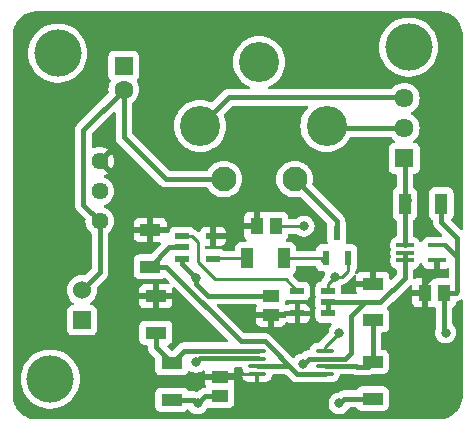
<source format=gbr>
%TF.GenerationSoftware,KiCad,Pcbnew,8.0.2*%
%TF.CreationDate,2024-06-16T16:48:04+02:00*%
%TF.ProjectId,Discharge Controller,44697363-6861-4726-9765-20436f6e7472,rev?*%
%TF.SameCoordinates,Original*%
%TF.FileFunction,Copper,L1,Top*%
%TF.FilePolarity,Positive*%
%FSLAX46Y46*%
G04 Gerber Fmt 4.6, Leading zero omitted, Abs format (unit mm)*
G04 Created by KiCad (PCBNEW 8.0.2) date 2024-06-16 16:48:04*
%MOMM*%
%LPD*%
G01*
G04 APERTURE LIST*
G04 Aperture macros list*
%AMRoundRect*
0 Rectangle with rounded corners*
0 $1 Rounding radius*
0 $2 $3 $4 $5 $6 $7 $8 $9 X,Y pos of 4 corners*
0 Add a 4 corners polygon primitive as box body*
4,1,4,$2,$3,$4,$5,$6,$7,$8,$9,$2,$3,0*
0 Add four circle primitives for the rounded corners*
1,1,$1+$1,$2,$3*
1,1,$1+$1,$4,$5*
1,1,$1+$1,$6,$7*
1,1,$1+$1,$8,$9*
0 Add four rect primitives between the rounded corners*
20,1,$1+$1,$2,$3,$4,$5,0*
20,1,$1+$1,$4,$5,$6,$7,0*
20,1,$1+$1,$6,$7,$8,$9,0*
20,1,$1+$1,$8,$9,$2,$3,0*%
G04 Aperture macros list end*
%TA.AperFunction,SMDPad,CuDef*%
%ADD10R,1.050000X1.800000*%
%TD*%
%TA.AperFunction,ComponentPad*%
%ADD11C,2.100000*%
%TD*%
%TA.AperFunction,ComponentPad*%
%ADD12C,3.400000*%
%TD*%
%TA.AperFunction,SMDPad,CuDef*%
%ADD13R,1.470000X1.070000*%
%TD*%
%TA.AperFunction,SMDPad,CuDef*%
%ADD14RoundRect,0.100000X0.637500X0.100000X-0.637500X0.100000X-0.637500X-0.100000X0.637500X-0.100000X0*%
%TD*%
%TA.AperFunction,SMDPad,CuDef*%
%ADD15R,1.150000X0.600000*%
%TD*%
%TA.AperFunction,SMDPad,CuDef*%
%ADD16R,1.800000X1.050000*%
%TD*%
%TA.AperFunction,SMDPad,CuDef*%
%ADD17R,0.600000X1.300000*%
%TD*%
%TA.AperFunction,SMDPad,CuDef*%
%ADD18R,1.070000X1.470000*%
%TD*%
%TA.AperFunction,ComponentPad*%
%ADD19R,1.610000X1.610000*%
%TD*%
%TA.AperFunction,ComponentPad*%
%ADD20C,1.610000*%
%TD*%
%TA.AperFunction,ComponentPad*%
%ADD21R,1.530000X1.530000*%
%TD*%
%TA.AperFunction,ComponentPad*%
%ADD22C,1.530000*%
%TD*%
%TA.AperFunction,ComponentPad*%
%ADD23C,4.000000*%
%TD*%
%TA.AperFunction,ComponentPad*%
%ADD24C,1.440000*%
%TD*%
%TA.AperFunction,SMDPad,CuDef*%
%ADD25RoundRect,0.100000X-0.650000X-0.100000X0.650000X-0.100000X0.650000X0.100000X-0.650000X0.100000X0*%
%TD*%
%TA.AperFunction,ComponentPad*%
%ADD26R,1.600000X1.600000*%
%TD*%
%TA.AperFunction,ComponentPad*%
%ADD27C,1.600000*%
%TD*%
%TA.AperFunction,ViaPad*%
%ADD28C,0.800000*%
%TD*%
%TA.AperFunction,Conductor*%
%ADD29C,0.400000*%
%TD*%
%TA.AperFunction,Conductor*%
%ADD30C,0.250000*%
%TD*%
G04 APERTURE END LIST*
D10*
%TO.P,R1,1*%
%TO.N,/Raw_Relay_Closed*%
X183048000Y-67099000D03*
%TO.P,R1,2*%
%TO.N,GND*%
X186148000Y-67099000D03*
%TD*%
D11*
%TO.P,K2,1*%
%TO.N,Net-(K2-Pad1)*%
X173719500Y-65006500D03*
D12*
%TO.P,K2,2*%
%TO.N,/SC in*%
X176419500Y-60506500D03*
%TO.P,K2,3*%
%TO.N,unconnected-(K2-Pad3)*%
X170719500Y-55106500D03*
%TO.P,K2,4*%
%TO.N,/SC out*%
X165719500Y-60506500D03*
D11*
%TO.P,K2,5*%
%TO.N,+12V*%
X167719500Y-65006500D03*
%TD*%
D13*
%TO.P,C5,1*%
%TO.N,GND*%
X171704000Y-74872000D03*
%TO.P,C5,2*%
%TO.N,+5V*%
X171704000Y-76512000D03*
%TD*%
D14*
%TO.P,U3,1*%
%TO.N,/SCS_Compliance*%
X176260600Y-81502800D03*
%TO.P,U3,2,-*%
%TO.N,/0.75V*%
X176260600Y-80852800D03*
%TO.P,U3,3,+*%
%TO.N,/Relay_Closed*%
X176260600Y-80202800D03*
%TO.P,U3,4,V-*%
%TO.N,GND*%
X176260600Y-79552800D03*
%TO.P,U3,5,+*%
%TO.N,/4.25V*%
X170535600Y-79552800D03*
%TO.P,U3,6,-*%
%TO.N,/Relay_Closed*%
X170535600Y-80202800D03*
%TO.P,U3,7*%
%TO.N,/SCS_Compliance*%
X170535600Y-80852800D03*
%TO.P,U3,8,V+*%
%TO.N,+5V*%
X170535600Y-81502800D03*
%TD*%
D15*
%TO.P,G2,1*%
%TO.N,/Relay_Closed*%
X176560000Y-76388000D03*
%TO.P,G2,2*%
X176560000Y-75438000D03*
%TO.P,G2,3,GND*%
%TO.N,GND*%
X176560000Y-74488000D03*
%TO.P,G2,4*%
%TO.N,Net-(G1-Pad1)*%
X173960000Y-74488000D03*
%TO.P,G2,5,VCC*%
%TO.N,+5V*%
X173960000Y-76388000D03*
%TD*%
D16*
%TO.P,R6,1*%
%TO.N,/4.25V*%
X161975800Y-78029400D03*
%TO.P,R6,2*%
%TO.N,+5V*%
X161975800Y-74929400D03*
%TD*%
%TO.P,R2,1*%
%TO.N,/0.75V*%
X180340000Y-76962000D03*
%TO.P,R2,2*%
%TO.N,+5V*%
X180340000Y-73862000D03*
%TD*%
D17*
%TO.P,Q1,1*%
%TO.N,Net-(Q1-Pad1)*%
X176342000Y-71662000D03*
%TO.P,Q1,2*%
%TO.N,GND*%
X178242000Y-71662000D03*
%TO.P,Q1,3*%
%TO.N,Net-(K2-Pad1)*%
X177292000Y-69562000D03*
%TD*%
D18*
%TO.P,C2,1*%
%TO.N,GND*%
X186368000Y-74625200D03*
%TO.P,C2,2*%
%TO.N,+5V*%
X184728000Y-74625200D03*
%TD*%
D19*
%TO.P,J1,1,1*%
%TO.N,/Raw_Relay_Closed*%
X183000000Y-63246000D03*
D20*
%TO.P,J1,2,2*%
%TO.N,/SC in*%
X183000000Y-60706000D03*
%TO.P,J1,3,3*%
%TO.N,/SC out*%
X183000000Y-58166000D03*
%TD*%
D21*
%TO.P,J3,1,1*%
%TO.N,GND*%
X155702000Y-76962000D03*
D22*
%TO.P,J3,2,2*%
%TO.N,+12V*%
X155702000Y-74422000D03*
%TD*%
D13*
%TO.P,C3,1*%
%TO.N,GND*%
X167386000Y-83370000D03*
%TO.P,C3,2*%
%TO.N,+5V*%
X167386000Y-81730000D03*
%TD*%
D23*
%TO.P,,1*%
%TO.N,N/C*%
X153035000Y-81940400D03*
%TD*%
D18*
%TO.P,C4,1*%
%TO.N,GND*%
X172140000Y-69000000D03*
%TO.P,C4,2*%
%TO.N,+5V*%
X170500000Y-69000000D03*
%TD*%
D23*
%TO.P,,1*%
%TO.N,N/C*%
X153670000Y-54356000D03*
%TD*%
%TO.P,,1*%
%TO.N,N/C*%
X183388000Y-53848000D03*
%TD*%
D15*
%TO.P,G1,1*%
%TO.N,Net-(G1-Pad1)*%
X164200000Y-69850000D03*
%TO.P,G1,2*%
%TO.N,/SCS_Compliance*%
X164200000Y-70800000D03*
%TO.P,G1,3,GND*%
%TO.N,GND*%
X164200000Y-71750000D03*
%TO.P,G1,4*%
%TO.N,Net-(G1-Pad4)*%
X166800000Y-71750000D03*
%TO.P,G1,5,VCC*%
%TO.N,+5V*%
X166800000Y-69850000D03*
%TD*%
D10*
%TO.P,R4,1*%
%TO.N,Net-(G1-Pad4)*%
X169703732Y-71726311D03*
%TO.P,R4,2*%
%TO.N,Net-(Q1-Pad1)*%
X172803732Y-71726311D03*
%TD*%
D16*
%TO.P,R5,1*%
%TO.N,GND*%
X180314000Y-83592000D03*
%TO.P,R5,2*%
%TO.N,/0.75V*%
X180314000Y-80492000D03*
%TD*%
%TO.P,R7,1*%
%TO.N,GND*%
X163322000Y-83693600D03*
%TO.P,R7,2*%
%TO.N,/4.25V*%
X163322000Y-80593600D03*
%TD*%
D24*
%TO.P,U1,1,+VIN*%
%TO.N,+12V*%
X157226000Y-68580000D03*
%TO.P,U1,2,GND*%
%TO.N,GND*%
X157226000Y-66040000D03*
%TO.P,U1,3,+VOUT*%
%TO.N,+5V*%
X157226000Y-63500000D03*
%TD*%
D16*
%TO.P,R3,1*%
%TO.N,+5V*%
X161500000Y-69316000D03*
%TO.P,R3,2*%
%TO.N,/SCS_Compliance*%
X161500000Y-72416000D03*
%TD*%
D25*
%TO.P,U2,1,+*%
%TO.N,/Raw_Relay_Closed*%
X183074000Y-70597000D03*
%TO.P,U2,2,-*%
%TO.N,/Relay_Closed*%
X183074000Y-71247000D03*
%TO.P,U2,3*%
X183074000Y-71897000D03*
%TO.P,U2,4,V+*%
%TO.N,+5V*%
X185734000Y-71897000D03*
%TO.P,U2,5,V-*%
%TO.N,GND*%
X185734000Y-70597000D03*
%TD*%
D26*
%TO.P,C1,1*%
%TO.N,GND*%
X159258000Y-55432888D03*
D27*
%TO.P,C1,2*%
%TO.N,+12V*%
X159258000Y-57432888D03*
%TD*%
D28*
%TO.N,GND*%
X165500000Y-84000000D03*
X174500000Y-69000000D03*
X177500000Y-84000000D03*
X177139651Y-73289901D03*
X177500000Y-78000000D03*
X186500000Y-78000000D03*
X165389000Y-73414000D03*
%TO.N,+5V*%
X166000000Y-78000000D03*
X169000000Y-76500000D03*
%TO.N,/Relay_Closed*%
X165354000Y-80518000D03*
X174396400Y-80702800D03*
%TD*%
D29*
%TO.N,GND*%
X164200000Y-72225000D02*
X164200000Y-71750000D01*
X187500000Y-71613001D02*
X187500000Y-70000000D01*
X165193600Y-83693600D02*
X163322000Y-83693600D01*
X180314000Y-83592000D02*
X177908000Y-83592000D01*
D30*
X176560000Y-73869552D02*
X177139651Y-73289901D01*
D29*
X186368000Y-74625200D02*
X187374800Y-74625200D01*
X165389000Y-73414000D02*
X164200000Y-72225000D01*
X166130000Y-83370000D02*
X167386000Y-83370000D01*
X165389000Y-73414000D02*
X165389000Y-73889000D01*
D30*
X176560000Y-74488000D02*
X176560000Y-73869552D01*
D29*
X177908000Y-83592000D02*
X177500000Y-84000000D01*
X187500000Y-74500000D02*
X187500000Y-71613001D01*
X186368000Y-77868000D02*
X186500000Y-78000000D01*
D30*
X178242000Y-72758000D02*
X178242000Y-71662000D01*
D29*
X187500000Y-70000000D02*
X186148000Y-68648000D01*
X187500000Y-71613001D02*
X186483999Y-70597000D01*
X186368000Y-74625200D02*
X186368000Y-77868000D01*
D30*
X177710099Y-73289901D02*
X178242000Y-72758000D01*
X172140000Y-69000000D02*
X174500000Y-69000000D01*
D29*
X165500000Y-84000000D02*
X165193600Y-83693600D01*
X166372000Y-74872000D02*
X171704000Y-74872000D01*
X165500000Y-84000000D02*
X166130000Y-83370000D01*
D30*
X167062400Y-83693600D02*
X167386000Y-83370000D01*
X176260600Y-79239400D02*
X177500000Y-78000000D01*
D29*
X187374800Y-74625200D02*
X187500000Y-74500000D01*
D30*
X176260600Y-79552800D02*
X176260600Y-79239400D01*
X177139651Y-73289901D02*
X177710099Y-73289901D01*
D29*
X186148000Y-68648000D02*
X186148000Y-67099000D01*
D30*
X186483999Y-70597000D02*
X185734000Y-70597000D01*
D29*
X165389000Y-73889000D02*
X166372000Y-74872000D01*
%TO.N,+12V*%
X157226000Y-68580000D02*
X157226000Y-72898000D01*
X167719500Y-65006500D02*
X162796500Y-65006500D01*
X159258000Y-61468000D02*
X159258000Y-57432888D01*
X159258000Y-57432888D02*
X155829000Y-60861888D01*
X155829000Y-60861888D02*
X155829000Y-67183000D01*
X157226000Y-72898000D02*
X155702000Y-74422000D01*
X162796500Y-65006500D02*
X159258000Y-61468000D01*
X155829000Y-67183000D02*
X157226000Y-68580000D01*
%TO.N,+5V*%
X171828000Y-76388000D02*
X171704000Y-76512000D01*
X161500000Y-69316000D02*
X161780000Y-69596000D01*
X185734000Y-72766000D02*
X185734000Y-71897000D01*
X184728000Y-73772000D02*
X185734000Y-72766000D01*
X184728000Y-74625200D02*
X184728000Y-73772000D01*
D30*
X170535600Y-81502800D02*
X167613200Y-81502800D01*
D29*
X166953000Y-81493000D02*
X166936000Y-81476000D01*
X161975800Y-74929400D02*
X161975800Y-74955400D01*
D30*
X167613200Y-81502800D02*
X167386000Y-81730000D01*
D29*
%TO.N,/SCS_Compliance*%
X173932978Y-81502800D02*
X176260600Y-81502800D01*
X173273178Y-80843000D02*
X173932978Y-81502800D01*
X163116000Y-70800000D02*
X161500000Y-72416000D01*
X164200000Y-70800000D02*
X163116000Y-70800000D01*
X171170178Y-78740000D02*
X169138000Y-78740000D01*
X162814000Y-72416000D02*
X161500000Y-72416000D01*
X169138000Y-78740000D02*
X162814000Y-72416000D01*
X170619500Y-80843000D02*
X173273178Y-80843000D01*
X173932978Y-81502800D02*
X171170178Y-78740000D01*
D30*
%TO.N,Net-(G1-Pad4)*%
X166823689Y-71726311D02*
X166800000Y-71750000D01*
X169703732Y-71726311D02*
X166823689Y-71726311D01*
%TO.N,Net-(G1-Pad1)*%
X164200000Y-69850000D02*
X165025000Y-69850000D01*
X165500000Y-72000000D02*
X167000000Y-73500000D01*
X165025000Y-69850000D02*
X165500000Y-70325000D01*
X167000000Y-73500000D02*
X172972000Y-73500000D01*
X165500000Y-70325000D02*
X165500000Y-72000000D01*
X172972000Y-73500000D02*
X173960000Y-74488000D01*
D29*
%TO.N,/SC in*%
X183000000Y-60706000D02*
X176619000Y-60706000D01*
X176619000Y-60706000D02*
X176419500Y-60506500D01*
%TO.N,/SC out*%
X183000000Y-58166000D02*
X182923800Y-58089800D01*
X182923800Y-58089800D02*
X168136200Y-58089800D01*
X168136200Y-58089800D02*
X165719500Y-60506500D01*
%TO.N,Net-(K2-Pad1)*%
X177292000Y-69562000D02*
X177292000Y-68579000D01*
X177292000Y-68579000D02*
X173719500Y-65006500D01*
%TO.N,/Relay_Closed*%
X174896400Y-80202800D02*
X176260600Y-80202800D01*
X178013600Y-80202800D02*
X176260600Y-80202800D01*
X178511200Y-79705200D02*
X178013600Y-80202800D01*
X179639000Y-75438000D02*
X178511200Y-76565800D01*
X174396400Y-80702800D02*
X174896400Y-80202800D01*
X178511200Y-76565800D02*
X178511200Y-79705200D01*
X176560000Y-75438000D02*
X176560000Y-76388000D01*
X183074000Y-73353000D02*
X183074000Y-71897000D01*
X165354000Y-80518000D02*
X165679000Y-80193000D01*
X180989000Y-75438000D02*
X179639000Y-75438000D01*
X165679000Y-80193000D02*
X170619500Y-80193000D01*
X183074000Y-71247000D02*
X183074000Y-71897000D01*
X180989000Y-75438000D02*
X183074000Y-73353000D01*
X176560000Y-75438000D02*
X180989000Y-75438000D01*
%TO.N,/Raw_Relay_Closed*%
X183048000Y-67099000D02*
X183048000Y-70571000D01*
X183048000Y-63294000D02*
X183000000Y-63246000D01*
X183048000Y-67099000D02*
X183048000Y-63294000D01*
X183388000Y-66759000D02*
X183048000Y-67099000D01*
X183048000Y-70571000D02*
X183074000Y-70597000D01*
%TO.N,/0.75V*%
X178971000Y-80893000D02*
X178921000Y-80843000D01*
X178921000Y-80843000D02*
X176344500Y-80843000D01*
X180314000Y-80492000D02*
X179913000Y-80893000D01*
X180340000Y-80466000D02*
X180314000Y-80492000D01*
X179913000Y-80893000D02*
X178971000Y-80893000D01*
X180340000Y-76962000D02*
X180340000Y-80466000D01*
%TO.N,/4.25V*%
X161975800Y-79247400D02*
X163322000Y-80593600D01*
X164372600Y-79543000D02*
X163322000Y-80593600D01*
X170619500Y-79543000D02*
X164372600Y-79543000D01*
X161975800Y-78029400D02*
X161975800Y-79247400D01*
%TO.N,Net-(Q1-Pad1)*%
X176145000Y-71859000D02*
X176342000Y-71662000D01*
D30*
X176277689Y-71726311D02*
X176342000Y-71662000D01*
X172803732Y-71726311D02*
X176277689Y-71726311D01*
%TD*%
%TA.AperFunction,Conductor*%
%TO.N,+5V*%
G36*
X185961121Y-50800020D02*
G01*
X186095109Y-50802409D01*
X186110528Y-50803650D01*
X186376897Y-50841948D01*
X186394184Y-50845708D01*
X186651313Y-50921209D01*
X186667887Y-50927391D01*
X186777159Y-50977293D01*
X186911659Y-51038717D01*
X186927173Y-51047188D01*
X187152628Y-51192080D01*
X187166787Y-51202679D01*
X187369317Y-51378172D01*
X187381827Y-51390682D01*
X187557320Y-51593212D01*
X187567921Y-51607374D01*
X187712808Y-51832821D01*
X187721284Y-51848345D01*
X187832608Y-52092112D01*
X187838791Y-52108688D01*
X187914290Y-52365814D01*
X187918051Y-52383102D01*
X187956348Y-52649463D01*
X187957590Y-52664898D01*
X187959980Y-52798877D01*
X187960000Y-52801089D01*
X187960000Y-69169981D01*
X187940315Y-69237020D01*
X187887511Y-69282775D01*
X187818353Y-69292719D01*
X187754797Y-69263694D01*
X187748319Y-69257662D01*
X187026556Y-68535899D01*
X186993071Y-68474576D01*
X186998055Y-68404884D01*
X187026556Y-68360537D01*
X187030543Y-68356549D01*
X187030544Y-68356547D01*
X187030546Y-68356546D01*
X187116796Y-68241331D01*
X187167091Y-68106483D01*
X187173500Y-68046873D01*
X187173499Y-66151128D01*
X187167091Y-66091517D01*
X187147876Y-66040000D01*
X187116797Y-65956671D01*
X187116793Y-65956664D01*
X187030547Y-65841455D01*
X187030544Y-65841452D01*
X186915335Y-65755206D01*
X186915328Y-65755202D01*
X186780482Y-65704908D01*
X186780483Y-65704908D01*
X186720883Y-65698501D01*
X186720881Y-65698500D01*
X186720873Y-65698500D01*
X186720864Y-65698500D01*
X185575129Y-65698500D01*
X185575123Y-65698501D01*
X185515516Y-65704908D01*
X185380671Y-65755202D01*
X185380664Y-65755206D01*
X185265455Y-65841452D01*
X185265452Y-65841455D01*
X185179206Y-65956664D01*
X185179202Y-65956671D01*
X185128908Y-66091517D01*
X185122501Y-66151116D01*
X185122501Y-66151123D01*
X185122500Y-66151135D01*
X185122500Y-68046870D01*
X185122501Y-68046876D01*
X185128908Y-68106483D01*
X185179202Y-68241328D01*
X185179206Y-68241335D01*
X185265452Y-68356544D01*
X185265455Y-68356547D01*
X185380663Y-68442792D01*
X185380665Y-68442793D01*
X185380669Y-68442796D01*
X185380673Y-68442797D01*
X185382924Y-68444027D01*
X185384746Y-68445849D01*
X185387769Y-68448112D01*
X185387443Y-68448546D01*
X185432331Y-68493431D01*
X185447500Y-68552861D01*
X185447500Y-68579006D01*
X185447500Y-68716994D01*
X185447500Y-68716996D01*
X185447499Y-68716996D01*
X185474418Y-68852322D01*
X185474421Y-68852332D01*
X185527222Y-68979807D01*
X185603887Y-69094545D01*
X186194161Y-69684819D01*
X186227646Y-69746142D01*
X186222662Y-69815834D01*
X186180790Y-69871767D01*
X186115326Y-69896184D01*
X186106480Y-69896500D01*
X185044636Y-69896500D01*
X184927246Y-69911953D01*
X184927237Y-69911956D01*
X184781160Y-69972463D01*
X184655718Y-70068718D01*
X184559463Y-70194160D01*
X184518561Y-70292908D01*
X184474720Y-70347311D01*
X184408426Y-70369376D01*
X184340727Y-70352097D01*
X184293116Y-70300960D01*
X184289439Y-70292908D01*
X184275757Y-70259876D01*
X184248536Y-70194159D01*
X184152282Y-70068718D01*
X184026841Y-69972464D01*
X183880762Y-69911956D01*
X183869072Y-69910417D01*
X183856312Y-69908737D01*
X183792416Y-69880469D01*
X183753946Y-69822144D01*
X183748500Y-69785798D01*
X183748500Y-68552861D01*
X183768185Y-68485822D01*
X183808418Y-68448362D01*
X183808231Y-68448112D01*
X183810565Y-68446364D01*
X183813076Y-68444027D01*
X183815323Y-68442798D01*
X183815331Y-68442796D01*
X183930546Y-68356546D01*
X184016796Y-68241331D01*
X184067091Y-68106483D01*
X184073500Y-68046873D01*
X184073499Y-66915617D01*
X184075882Y-66891425D01*
X184088500Y-66827995D01*
X184088500Y-66690003D01*
X184075882Y-66626571D01*
X184073499Y-66602379D01*
X184073499Y-66151129D01*
X184073498Y-66151123D01*
X184073497Y-66151116D01*
X184067091Y-66091517D01*
X184047876Y-66040000D01*
X184016797Y-65956671D01*
X184016793Y-65956664D01*
X183930547Y-65841455D01*
X183930544Y-65841452D01*
X183815329Y-65755202D01*
X183813068Y-65753967D01*
X183811246Y-65752145D01*
X183808231Y-65749888D01*
X183808555Y-65749454D01*
X183763665Y-65704559D01*
X183748500Y-65645138D01*
X183748500Y-64674103D01*
X183768185Y-64607064D01*
X183820989Y-64561309D01*
X183859244Y-64550813D01*
X183912483Y-64545091D01*
X184047331Y-64494796D01*
X184162546Y-64408546D01*
X184248796Y-64293331D01*
X184299091Y-64158483D01*
X184305500Y-64098873D01*
X184305499Y-62393128D01*
X184299091Y-62333517D01*
X184294011Y-62319898D01*
X184248797Y-62198671D01*
X184248793Y-62198664D01*
X184162547Y-62083455D01*
X184162544Y-62083452D01*
X184047335Y-61997206D01*
X184047328Y-61997202D01*
X183912482Y-61946908D01*
X183912484Y-61946908D01*
X183886815Y-61944149D01*
X183822264Y-61917411D01*
X183782416Y-61860018D01*
X183779923Y-61790193D01*
X183815576Y-61730104D01*
X183828941Y-61719290D01*
X183842365Y-61709891D01*
X184003891Y-61548365D01*
X184134915Y-61361244D01*
X184231455Y-61154213D01*
X184290578Y-60933564D01*
X184310487Y-60706000D01*
X184290578Y-60478436D01*
X184231455Y-60257787D01*
X184134915Y-60050757D01*
X184134913Y-60050754D01*
X184134912Y-60050752D01*
X184003890Y-59863633D01*
X183842369Y-59702113D01*
X183842365Y-59702109D01*
X183655244Y-59571085D01*
X183606556Y-59548381D01*
X183554117Y-59502210D01*
X183534965Y-59435017D01*
X183555180Y-59368136D01*
X183606557Y-59323618D01*
X183655244Y-59300915D01*
X183842365Y-59169891D01*
X184003891Y-59008365D01*
X184134915Y-58821244D01*
X184231455Y-58614213D01*
X184290578Y-58393564D01*
X184310487Y-58166000D01*
X184290578Y-57938436D01*
X184231455Y-57717787D01*
X184134915Y-57510757D01*
X184134913Y-57510754D01*
X184134912Y-57510752D01*
X184003890Y-57323633D01*
X183842369Y-57162113D01*
X183842365Y-57162109D01*
X183655244Y-57031085D01*
X183655245Y-57031085D01*
X183655243Y-57031084D01*
X183551728Y-56982815D01*
X183448213Y-56934545D01*
X183448209Y-56934544D01*
X183448205Y-56934542D01*
X183227568Y-56875423D01*
X183227566Y-56875422D01*
X183227564Y-56875422D01*
X183227562Y-56875421D01*
X183227558Y-56875421D01*
X183000002Y-56855513D01*
X182999998Y-56855513D01*
X182772441Y-56875421D01*
X182772431Y-56875423D01*
X182551794Y-56934542D01*
X182551785Y-56934546D01*
X182344756Y-57031085D01*
X182344752Y-57031087D01*
X182157633Y-57162109D01*
X181996110Y-57323632D01*
X181987153Y-57336425D01*
X181932575Y-57380049D01*
X181885579Y-57389300D01*
X171591412Y-57389300D01*
X171524373Y-57369615D01*
X171478618Y-57316811D01*
X171468674Y-57247653D01*
X171497699Y-57184097D01*
X171551554Y-57147881D01*
X171553480Y-57147227D01*
X171563402Y-57143859D01*
X171822111Y-57016278D01*
X172061954Y-56856020D01*
X172278827Y-56665827D01*
X172469020Y-56448954D01*
X172629278Y-56209111D01*
X172756859Y-55950402D01*
X172849581Y-55677253D01*
X172905856Y-55394339D01*
X172924722Y-55106500D01*
X172905856Y-54818661D01*
X172849581Y-54535747D01*
X172756859Y-54262598D01*
X172629278Y-54003889D01*
X172525112Y-53847994D01*
X180882556Y-53847994D01*
X180882556Y-53848005D01*
X180902310Y-54162004D01*
X180902311Y-54162011D01*
X180961270Y-54471083D01*
X181058497Y-54770316D01*
X181058499Y-54770321D01*
X181192461Y-55055003D01*
X181192464Y-55055009D01*
X181361051Y-55320661D01*
X181361054Y-55320665D01*
X181561606Y-55563090D01*
X181561608Y-55563092D01*
X181790968Y-55778476D01*
X181790978Y-55778484D01*
X182045504Y-55963408D01*
X182045509Y-55963410D01*
X182045516Y-55963416D01*
X182321234Y-56114994D01*
X182321239Y-56114996D01*
X182321241Y-56114997D01*
X182321242Y-56114998D01*
X182613771Y-56230818D01*
X182613774Y-56230819D01*
X182830576Y-56286484D01*
X182918527Y-56309066D01*
X182984010Y-56317338D01*
X183230670Y-56348499D01*
X183230679Y-56348499D01*
X183230682Y-56348500D01*
X183230684Y-56348500D01*
X183545316Y-56348500D01*
X183545318Y-56348500D01*
X183545321Y-56348499D01*
X183545329Y-56348499D01*
X183731593Y-56324968D01*
X183857473Y-56309066D01*
X184162225Y-56230819D01*
X184162228Y-56230818D01*
X184454757Y-56114998D01*
X184454758Y-56114997D01*
X184454756Y-56114997D01*
X184454766Y-56114994D01*
X184730484Y-55963416D01*
X184985030Y-55778478D01*
X185214390Y-55563094D01*
X185414947Y-55320663D01*
X185583537Y-55055007D01*
X185717503Y-54770315D01*
X185814731Y-54471079D01*
X185873688Y-54162015D01*
X185881239Y-54041995D01*
X185893444Y-53848005D01*
X185893444Y-53847994D01*
X185873689Y-53533995D01*
X185873688Y-53533988D01*
X185873688Y-53533985D01*
X185814731Y-53224921D01*
X185717503Y-52925685D01*
X185583537Y-52640993D01*
X185446796Y-52425523D01*
X185414948Y-52375338D01*
X185414945Y-52375334D01*
X185214393Y-52132909D01*
X185214391Y-52132907D01*
X185188601Y-52108688D01*
X184985030Y-51917522D01*
X184985027Y-51917520D01*
X184985021Y-51917515D01*
X184730495Y-51732591D01*
X184730488Y-51732586D01*
X184730484Y-51732584D01*
X184454766Y-51581006D01*
X184454763Y-51581004D01*
X184454758Y-51581002D01*
X184454757Y-51581001D01*
X184162228Y-51465181D01*
X184162225Y-51465180D01*
X183857476Y-51386934D01*
X183857463Y-51386932D01*
X183545329Y-51347500D01*
X183545318Y-51347500D01*
X183230682Y-51347500D01*
X183230670Y-51347500D01*
X182918536Y-51386932D01*
X182918523Y-51386934D01*
X182613774Y-51465180D01*
X182613771Y-51465181D01*
X182321242Y-51581001D01*
X182321241Y-51581002D01*
X182045516Y-51732584D01*
X182045504Y-51732591D01*
X181790978Y-51917515D01*
X181790968Y-51917523D01*
X181561608Y-52132907D01*
X181561606Y-52132909D01*
X181361054Y-52375334D01*
X181361051Y-52375338D01*
X181192464Y-52640990D01*
X181192461Y-52640996D01*
X181058499Y-52925678D01*
X181058497Y-52925683D01*
X180961270Y-53224916D01*
X180902311Y-53533988D01*
X180902310Y-53533995D01*
X180882556Y-53847994D01*
X172525112Y-53847994D01*
X172469020Y-53764046D01*
X172441720Y-53732916D01*
X172278827Y-53547172D01*
X172061952Y-53356978D01*
X171822113Y-53196723D01*
X171822106Y-53196719D01*
X171563405Y-53069142D01*
X171290260Y-52976421D01*
X171290254Y-52976419D01*
X171290253Y-52976419D01*
X171290251Y-52976418D01*
X171290245Y-52976417D01*
X171007349Y-52920146D01*
X171007339Y-52920144D01*
X170719500Y-52901278D01*
X170431661Y-52920144D01*
X170431655Y-52920145D01*
X170431650Y-52920146D01*
X170148754Y-52976417D01*
X170148739Y-52976421D01*
X169875594Y-53069142D01*
X169616893Y-53196719D01*
X169616886Y-53196723D01*
X169377047Y-53356978D01*
X169160172Y-53547172D01*
X168969978Y-53764047D01*
X168809723Y-54003886D01*
X168809719Y-54003893D01*
X168682142Y-54262594D01*
X168589421Y-54535739D01*
X168589417Y-54535754D01*
X168542760Y-54770316D01*
X168533144Y-54818661D01*
X168514278Y-55106500D01*
X168525539Y-55278316D01*
X168533144Y-55394337D01*
X168533146Y-55394349D01*
X168589417Y-55677245D01*
X168589421Y-55677260D01*
X168682142Y-55950405D01*
X168809719Y-56209106D01*
X168809723Y-56209113D01*
X168969978Y-56448952D01*
X169160172Y-56665827D01*
X169377047Y-56856021D01*
X169494562Y-56934542D01*
X169616889Y-57016278D01*
X169875598Y-57143859D01*
X169884064Y-57146732D01*
X169887446Y-57147881D01*
X169944601Y-57188069D01*
X169970954Y-57252778D01*
X169958140Y-57321463D01*
X169910226Y-57372316D01*
X169847588Y-57389300D01*
X168067204Y-57389300D01*
X167931877Y-57416218D01*
X167931867Y-57416221D01*
X167804392Y-57469022D01*
X167689654Y-57545687D01*
X166762053Y-58473288D01*
X166700730Y-58506773D01*
X166631038Y-58501789D01*
X166619528Y-58496819D01*
X166563405Y-58469142D01*
X166290260Y-58376421D01*
X166290254Y-58376419D01*
X166290253Y-58376419D01*
X166290251Y-58376418D01*
X166290245Y-58376417D01*
X166007349Y-58320146D01*
X166007339Y-58320144D01*
X165719500Y-58301278D01*
X165431661Y-58320144D01*
X165431655Y-58320145D01*
X165431650Y-58320146D01*
X165148754Y-58376417D01*
X165148739Y-58376421D01*
X164875594Y-58469142D01*
X164616893Y-58596719D01*
X164616886Y-58596723D01*
X164377047Y-58756978D01*
X164160172Y-58947172D01*
X163969978Y-59164047D01*
X163809723Y-59403886D01*
X163809719Y-59403893D01*
X163682142Y-59662594D01*
X163589421Y-59935739D01*
X163589417Y-59935754D01*
X163533146Y-60218650D01*
X163533144Y-60218662D01*
X163514278Y-60506500D01*
X163533144Y-60794337D01*
X163533146Y-60794349D01*
X163589417Y-61077245D01*
X163589421Y-61077260D01*
X163682142Y-61350405D01*
X163809719Y-61609106D01*
X163809723Y-61609113D01*
X163969978Y-61848952D01*
X164160172Y-62065827D01*
X164377047Y-62256021D01*
X164560163Y-62378375D01*
X164616889Y-62416278D01*
X164875598Y-62543859D01*
X165148747Y-62636581D01*
X165431661Y-62692856D01*
X165719500Y-62711722D01*
X166007339Y-62692856D01*
X166290253Y-62636581D01*
X166563402Y-62543859D01*
X166822111Y-62416278D01*
X167061954Y-62256020D01*
X167278827Y-62065827D01*
X167469020Y-61848954D01*
X167629278Y-61609111D01*
X167756859Y-61350402D01*
X167849581Y-61077253D01*
X167905856Y-60794339D01*
X167924722Y-60506500D01*
X167905856Y-60218661D01*
X167849581Y-59935747D01*
X167756859Y-59662598D01*
X167729178Y-59606468D01*
X167717182Y-59537638D01*
X167744304Y-59473247D01*
X167752699Y-59463956D01*
X168390038Y-58826619D01*
X168451361Y-58793134D01*
X168477719Y-58790300D01*
X174724072Y-58790300D01*
X174791111Y-58809985D01*
X174836866Y-58862789D01*
X174846810Y-58931947D01*
X174817785Y-58995503D01*
X174817300Y-58996059D01*
X174669978Y-59164047D01*
X174509723Y-59403886D01*
X174509719Y-59403893D01*
X174382142Y-59662594D01*
X174289421Y-59935739D01*
X174289417Y-59935754D01*
X174233146Y-60218650D01*
X174233144Y-60218662D01*
X174214278Y-60506500D01*
X174233144Y-60794337D01*
X174233146Y-60794349D01*
X174289417Y-61077245D01*
X174289421Y-61077260D01*
X174382142Y-61350405D01*
X174509719Y-61609106D01*
X174509723Y-61609113D01*
X174669978Y-61848952D01*
X174860172Y-62065827D01*
X175077047Y-62256021D01*
X175260163Y-62378375D01*
X175316889Y-62416278D01*
X175575598Y-62543859D01*
X175848747Y-62636581D01*
X176131661Y-62692856D01*
X176419500Y-62711722D01*
X176707339Y-62692856D01*
X176990253Y-62636581D01*
X177263402Y-62543859D01*
X177522111Y-62416278D01*
X177761954Y-62256020D01*
X177978827Y-62065827D01*
X178169020Y-61848954D01*
X178329278Y-61609111D01*
X178395091Y-61475656D01*
X178442396Y-61424237D01*
X178506303Y-61406500D01*
X181832223Y-61406500D01*
X181899262Y-61426185D01*
X181933798Y-61459376D01*
X181996109Y-61548365D01*
X182157635Y-61709891D01*
X182171052Y-61719285D01*
X182214676Y-61773859D01*
X182221870Y-61843358D01*
X182190348Y-61905713D01*
X182130119Y-61941127D01*
X182113185Y-61944148D01*
X182087519Y-61946907D01*
X181952671Y-61997202D01*
X181952664Y-61997206D01*
X181837455Y-62083452D01*
X181837452Y-62083455D01*
X181751206Y-62198664D01*
X181751202Y-62198671D01*
X181700908Y-62333517D01*
X181696086Y-62378375D01*
X181694501Y-62393123D01*
X181694500Y-62393135D01*
X181694500Y-64098870D01*
X181694501Y-64098876D01*
X181700908Y-64158483D01*
X181751202Y-64293328D01*
X181751206Y-64293335D01*
X181837452Y-64408544D01*
X181837455Y-64408547D01*
X181952664Y-64494793D01*
X181952671Y-64494797D01*
X181997618Y-64511561D01*
X182087517Y-64545091D01*
X182147127Y-64551500D01*
X182223500Y-64551499D01*
X182290538Y-64571183D01*
X182336294Y-64623986D01*
X182347500Y-64675499D01*
X182347500Y-65645138D01*
X182327815Y-65712177D01*
X182287581Y-65749637D01*
X182287769Y-65749888D01*
X182285441Y-65751630D01*
X182282932Y-65753967D01*
X182280670Y-65755202D01*
X182165455Y-65841452D01*
X182165452Y-65841455D01*
X182079206Y-65956664D01*
X182079202Y-65956671D01*
X182028908Y-66091517D01*
X182022501Y-66151116D01*
X182022501Y-66151123D01*
X182022500Y-66151135D01*
X182022500Y-68046870D01*
X182022501Y-68046876D01*
X182028908Y-68106483D01*
X182079202Y-68241328D01*
X182079206Y-68241335D01*
X182165452Y-68356544D01*
X182165455Y-68356547D01*
X182280663Y-68442792D01*
X182280665Y-68442793D01*
X182280669Y-68442796D01*
X182280673Y-68442797D01*
X182282924Y-68444027D01*
X182284746Y-68445849D01*
X182287769Y-68448112D01*
X182287443Y-68448546D01*
X182332331Y-68493431D01*
X182347500Y-68552861D01*
X182347500Y-69795856D01*
X182327815Y-69862895D01*
X182275011Y-69908650D01*
X182270953Y-69910417D01*
X182121160Y-69972463D01*
X181995718Y-70068718D01*
X181899463Y-70194160D01*
X181838956Y-70340237D01*
X181838955Y-70340239D01*
X181823500Y-70457638D01*
X181823500Y-70736363D01*
X181838953Y-70853753D01*
X181838957Y-70853765D01*
X181847566Y-70874550D01*
X181855033Y-70944019D01*
X181847566Y-70969450D01*
X181838957Y-70990234D01*
X181838955Y-70990239D01*
X181823500Y-71107638D01*
X181823500Y-71386363D01*
X181838953Y-71503753D01*
X181838957Y-71503765D01*
X181847566Y-71524550D01*
X181855033Y-71594019D01*
X181847566Y-71619450D01*
X181838957Y-71640234D01*
X181838955Y-71640239D01*
X181823500Y-71757638D01*
X181823500Y-72036363D01*
X181838953Y-72153753D01*
X181838956Y-72153762D01*
X181898043Y-72296412D01*
X181899464Y-72299841D01*
X181995718Y-72425282D01*
X182121159Y-72521536D01*
X182267238Y-72582044D01*
X182267243Y-72582044D01*
X182275088Y-72584147D01*
X182274644Y-72585803D01*
X182329576Y-72610101D01*
X182368051Y-72668423D01*
X182373500Y-72704778D01*
X182373500Y-73011481D01*
X182353815Y-73078520D01*
X182337181Y-73099162D01*
X181951681Y-73484662D01*
X181890358Y-73518147D01*
X181820666Y-73513163D01*
X181764733Y-73471291D01*
X181740316Y-73405827D01*
X181740000Y-73396981D01*
X181740000Y-73289172D01*
X181739999Y-73289155D01*
X181733598Y-73229627D01*
X181733596Y-73229620D01*
X181683354Y-73094913D01*
X181683350Y-73094906D01*
X181597190Y-72979812D01*
X181597187Y-72979809D01*
X181482093Y-72893649D01*
X181482086Y-72893645D01*
X181347379Y-72843403D01*
X181347372Y-72843401D01*
X181287844Y-72837000D01*
X180590000Y-72837000D01*
X180590000Y-73988000D01*
X180570315Y-74055039D01*
X180517511Y-74100794D01*
X180466000Y-74112000D01*
X178940000Y-74112000D01*
X178940000Y-74434844D01*
X178946401Y-74494372D01*
X178946404Y-74494383D01*
X178974670Y-74570166D01*
X178979655Y-74639857D01*
X178946171Y-74701181D01*
X178884848Y-74734666D01*
X178858489Y-74737500D01*
X177759500Y-74737500D01*
X177692461Y-74717815D01*
X177646706Y-74665011D01*
X177635500Y-74613500D01*
X177635499Y-74140129D01*
X177635498Y-74140114D01*
X177633460Y-74121160D01*
X177645864Y-74052400D01*
X177683862Y-74007586D01*
X177745522Y-73962789D01*
X177764223Y-73942018D01*
X177823706Y-73905369D01*
X177832167Y-73903374D01*
X177855503Y-73898733D01*
X177892551Y-73891364D01*
X177942595Y-73870635D01*
X178006385Y-73844213D01*
X178060662Y-73807945D01*
X178108832Y-73775759D01*
X178195957Y-73688634D01*
X178195958Y-73688631D01*
X178727858Y-73156733D01*
X178727858Y-73156732D01*
X178732166Y-73152425D01*
X178733970Y-73154229D01*
X178782454Y-73121141D01*
X178852297Y-73119208D01*
X178912097Y-73155342D01*
X178942870Y-73218070D01*
X178943957Y-73252359D01*
X178940000Y-73289166D01*
X178940000Y-73612000D01*
X180090000Y-73612000D01*
X180090000Y-72837000D01*
X179392155Y-72837000D01*
X179332627Y-72843401D01*
X179332620Y-72843403D01*
X179197913Y-72893645D01*
X179197906Y-72893649D01*
X179082812Y-72979809D01*
X179082809Y-72979812D01*
X179073683Y-72992003D01*
X179017748Y-73033872D01*
X178948056Y-73038854D01*
X178886734Y-73005367D01*
X178853252Y-72944042D01*
X178852809Y-72893465D01*
X178853266Y-72891168D01*
X178867501Y-72819606D01*
X178867501Y-72752954D01*
X178887186Y-72685915D01*
X178894495Y-72676844D01*
X178894231Y-72676646D01*
X178918548Y-72644162D01*
X178985796Y-72554331D01*
X179036091Y-72419483D01*
X179042500Y-72359873D01*
X179042499Y-70964128D01*
X179036091Y-70904517D01*
X179026884Y-70879833D01*
X178985797Y-70769671D01*
X178985793Y-70769664D01*
X178899547Y-70654455D01*
X178899544Y-70654452D01*
X178784335Y-70568206D01*
X178784328Y-70568202D01*
X178649482Y-70517908D01*
X178649483Y-70517908D01*
X178589883Y-70511501D01*
X178589881Y-70511500D01*
X178589873Y-70511500D01*
X178589865Y-70511500D01*
X178193067Y-70511500D01*
X178126028Y-70491815D01*
X178080273Y-70439011D01*
X178070329Y-70369853D01*
X178076885Y-70344168D01*
X178086090Y-70319485D01*
X178086091Y-70319483D01*
X178087527Y-70306126D01*
X178092500Y-70259873D01*
X178092499Y-68864128D01*
X178086091Y-68804517D01*
X178065757Y-68750000D01*
X178035797Y-68669671D01*
X178035795Y-68669668D01*
X178017233Y-68644872D01*
X177992816Y-68579408D01*
X177992500Y-68570561D01*
X177992500Y-68510004D01*
X177965581Y-68374677D01*
X177965580Y-68374676D01*
X177965580Y-68374672D01*
X177962507Y-68367253D01*
X177912776Y-68247191D01*
X177912775Y-68247189D01*
X177882218Y-68201457D01*
X177852927Y-68157620D01*
X177836115Y-68132458D01*
X177836111Y-68132453D01*
X175246246Y-65542589D01*
X175212761Y-65481266D01*
X175213352Y-65425962D01*
X175255646Y-65249802D01*
X175274794Y-65006500D01*
X175255646Y-64763198D01*
X175198672Y-64525888D01*
X175185794Y-64494797D01*
X175105277Y-64300410D01*
X174977762Y-64092326D01*
X174977761Y-64092323D01*
X174873287Y-63970000D01*
X174819259Y-63906741D01*
X174680918Y-63788587D01*
X174633676Y-63748238D01*
X174633673Y-63748237D01*
X174425589Y-63620722D01*
X174200118Y-63527330D01*
X174200121Y-63527330D01*
X174086293Y-63500002D01*
X173962802Y-63470354D01*
X173962800Y-63470353D01*
X173962797Y-63470353D01*
X173719500Y-63451206D01*
X173476202Y-63470353D01*
X173476198Y-63470354D01*
X173242929Y-63526358D01*
X173238880Y-63527330D01*
X173013410Y-63620722D01*
X172805326Y-63748237D01*
X172805323Y-63748238D01*
X172619741Y-63906741D01*
X172461238Y-64092323D01*
X172461237Y-64092326D01*
X172333722Y-64300410D01*
X172240330Y-64525880D01*
X172240328Y-64525887D01*
X172240328Y-64525888D01*
X172220839Y-64607064D01*
X172183353Y-64763202D01*
X172164206Y-65006500D01*
X172183353Y-65249797D01*
X172183353Y-65249800D01*
X172183354Y-65249802D01*
X172238924Y-65481266D01*
X172240330Y-65487119D01*
X172333722Y-65712589D01*
X172461237Y-65920673D01*
X172461238Y-65920676D01*
X172461241Y-65920679D01*
X172619741Y-66106259D01*
X172763397Y-66228953D01*
X172805323Y-66264761D01*
X172805326Y-66264762D01*
X173013410Y-66392277D01*
X173238881Y-66485669D01*
X173238878Y-66485669D01*
X173238884Y-66485670D01*
X173238888Y-66485672D01*
X173476198Y-66542646D01*
X173719500Y-66561794D01*
X173962802Y-66542646D01*
X174138961Y-66500353D01*
X174208743Y-66503844D01*
X174255589Y-66533246D01*
X176458769Y-68736426D01*
X176492254Y-68797749D01*
X176494377Y-68837359D01*
X176491501Y-68864123D01*
X176491500Y-68864130D01*
X176491500Y-70259870D01*
X176491501Y-70259876D01*
X176497909Y-70319485D01*
X176507115Y-70344168D01*
X176512099Y-70413860D01*
X176478613Y-70475182D01*
X176417289Y-70508667D01*
X176390933Y-70511500D01*
X175994129Y-70511500D01*
X175994123Y-70511501D01*
X175934516Y-70517908D01*
X175799671Y-70568202D01*
X175799664Y-70568206D01*
X175684455Y-70654452D01*
X175684452Y-70654455D01*
X175598206Y-70769664D01*
X175598202Y-70769671D01*
X175547908Y-70904517D01*
X175541501Y-70964116D01*
X175541501Y-70964123D01*
X175541500Y-70964135D01*
X175541500Y-70976811D01*
X175521815Y-71043850D01*
X175469011Y-71089605D01*
X175417500Y-71100811D01*
X173953231Y-71100811D01*
X173886192Y-71081126D01*
X173840437Y-71028322D01*
X173829231Y-70976811D01*
X173829231Y-70778440D01*
X173829230Y-70778434D01*
X173829229Y-70778427D01*
X173822823Y-70718828D01*
X173821519Y-70715333D01*
X173772529Y-70583982D01*
X173772525Y-70583975D01*
X173686279Y-70468766D01*
X173686276Y-70468763D01*
X173571067Y-70382517D01*
X173571060Y-70382513D01*
X173436214Y-70332219D01*
X173436215Y-70332219D01*
X173376615Y-70325812D01*
X173376613Y-70325811D01*
X173376605Y-70325811D01*
X173376597Y-70325811D01*
X173093500Y-70325811D01*
X173026461Y-70306126D01*
X172980706Y-70253322D01*
X172970762Y-70184164D01*
X172999787Y-70120608D01*
X173019182Y-70102549D01*
X173032546Y-70092546D01*
X173118796Y-69977331D01*
X173169091Y-69842483D01*
X173175500Y-69782873D01*
X173175500Y-69749500D01*
X173195185Y-69682461D01*
X173247989Y-69636706D01*
X173299500Y-69625500D01*
X173796252Y-69625500D01*
X173863291Y-69645185D01*
X173888400Y-69666526D01*
X173894126Y-69672885D01*
X173894130Y-69672889D01*
X174047265Y-69784148D01*
X174047270Y-69784151D01*
X174220192Y-69861142D01*
X174220197Y-69861144D01*
X174405354Y-69900500D01*
X174405355Y-69900500D01*
X174594644Y-69900500D01*
X174594646Y-69900500D01*
X174779803Y-69861144D01*
X174952730Y-69784151D01*
X175105871Y-69672888D01*
X175232533Y-69532216D01*
X175327179Y-69368284D01*
X175385674Y-69188256D01*
X175405460Y-69000000D01*
X175385674Y-68811744D01*
X175327179Y-68631716D01*
X175232533Y-68467784D01*
X175105871Y-68327112D01*
X175105870Y-68327111D01*
X174952734Y-68215851D01*
X174952729Y-68215848D01*
X174779807Y-68138857D01*
X174779802Y-68138855D01*
X174627494Y-68106482D01*
X174594646Y-68099500D01*
X174405354Y-68099500D01*
X174372897Y-68106398D01*
X174220197Y-68138855D01*
X174220192Y-68138857D01*
X174047270Y-68215848D01*
X174047265Y-68215851D01*
X173894130Y-68327110D01*
X173894126Y-68327114D01*
X173888400Y-68333474D01*
X173828913Y-68370121D01*
X173796252Y-68374500D01*
X173299499Y-68374500D01*
X173232460Y-68354815D01*
X173186705Y-68302011D01*
X173175499Y-68250500D01*
X173175499Y-68217129D01*
X173175498Y-68217123D01*
X173175361Y-68215851D01*
X173169091Y-68157517D01*
X173162131Y-68138857D01*
X173118797Y-68022671D01*
X173118793Y-68022664D01*
X173032547Y-67907455D01*
X173032544Y-67907452D01*
X172917335Y-67821206D01*
X172917328Y-67821202D01*
X172782482Y-67770908D01*
X172782483Y-67770908D01*
X172722883Y-67764501D01*
X172722881Y-67764500D01*
X172722873Y-67764500D01*
X172722864Y-67764500D01*
X171557129Y-67764500D01*
X171557123Y-67764501D01*
X171497515Y-67770909D01*
X171362617Y-67821222D01*
X171292926Y-67826206D01*
X171275952Y-67821222D01*
X171142380Y-67771403D01*
X171142372Y-67771401D01*
X171082844Y-67765000D01*
X170750000Y-67765000D01*
X170750000Y-69126000D01*
X170730315Y-69193039D01*
X170677511Y-69238794D01*
X170626000Y-69250000D01*
X169465000Y-69250000D01*
X169465000Y-69782844D01*
X169471401Y-69842372D01*
X169471403Y-69842379D01*
X169521645Y-69977086D01*
X169521649Y-69977093D01*
X169607808Y-70092185D01*
X169621644Y-70102543D01*
X169663515Y-70158477D01*
X169668500Y-70228168D01*
X169635016Y-70289492D01*
X169573693Y-70322977D01*
X169547334Y-70325811D01*
X169130861Y-70325811D01*
X169130855Y-70325812D01*
X169071248Y-70332219D01*
X168936403Y-70382513D01*
X168936396Y-70382517D01*
X168821187Y-70468763D01*
X168821184Y-70468766D01*
X168734938Y-70583975D01*
X168734934Y-70583982D01*
X168684640Y-70718828D01*
X168678709Y-70774000D01*
X168678233Y-70778434D01*
X168678232Y-70778446D01*
X168678232Y-70976811D01*
X168658547Y-71043850D01*
X168605743Y-71089605D01*
X168554232Y-71100811D01*
X167784982Y-71100811D01*
X167717943Y-71081126D01*
X167710671Y-71076078D01*
X167617331Y-71006204D01*
X167617328Y-71006202D01*
X167482482Y-70955908D01*
X167482483Y-70955908D01*
X167422883Y-70949501D01*
X167422881Y-70949500D01*
X167422873Y-70949500D01*
X167422865Y-70949500D01*
X166249500Y-70949500D01*
X166182461Y-70929815D01*
X166136706Y-70877011D01*
X166125500Y-70825500D01*
X166125500Y-70774000D01*
X166145185Y-70706961D01*
X166197989Y-70661206D01*
X166249500Y-70650000D01*
X166550000Y-70650000D01*
X167050000Y-70650000D01*
X167422828Y-70650000D01*
X167422844Y-70649999D01*
X167482372Y-70643598D01*
X167482379Y-70643596D01*
X167617086Y-70593354D01*
X167617093Y-70593350D01*
X167732187Y-70507190D01*
X167732190Y-70507187D01*
X167818350Y-70392093D01*
X167818354Y-70392086D01*
X167868596Y-70257379D01*
X167868598Y-70257372D01*
X167874999Y-70197844D01*
X167875000Y-70197827D01*
X167875000Y-70100000D01*
X167050000Y-70100000D01*
X167050000Y-70650000D01*
X166550000Y-70650000D01*
X166550000Y-69600000D01*
X167050000Y-69600000D01*
X167875000Y-69600000D01*
X167875000Y-69502172D01*
X167874999Y-69502155D01*
X167868598Y-69442627D01*
X167868596Y-69442620D01*
X167818354Y-69307913D01*
X167818350Y-69307906D01*
X167732190Y-69192812D01*
X167732187Y-69192809D01*
X167617093Y-69106649D01*
X167617086Y-69106645D01*
X167482379Y-69056403D01*
X167482372Y-69056401D01*
X167422844Y-69050000D01*
X167050000Y-69050000D01*
X167050000Y-69600000D01*
X166550000Y-69600000D01*
X166550000Y-69050000D01*
X166177155Y-69050000D01*
X166117627Y-69056401D01*
X166117620Y-69056403D01*
X165982913Y-69106645D01*
X165982906Y-69106649D01*
X165867812Y-69192809D01*
X165867809Y-69192812D01*
X165781649Y-69307906D01*
X165781646Y-69307911D01*
X165736569Y-69428769D01*
X165694697Y-69484702D01*
X165629233Y-69509119D01*
X165560960Y-69494267D01*
X165532706Y-69473116D01*
X165517928Y-69458338D01*
X165517925Y-69458334D01*
X165517925Y-69458335D01*
X165510858Y-69451268D01*
X165510858Y-69451267D01*
X165423733Y-69364142D01*
X165423732Y-69364141D01*
X165423731Y-69364140D01*
X165360035Y-69321580D01*
X165360034Y-69321579D01*
X165321290Y-69295690D01*
X165321286Y-69295688D01*
X165314118Y-69292719D01*
X165240792Y-69262347D01*
X165229482Y-69257662D01*
X165207448Y-69248535D01*
X165203746Y-69247412D01*
X165202047Y-69246298D01*
X165201824Y-69246206D01*
X165201841Y-69246163D01*
X165145313Y-69209106D01*
X165140493Y-69203070D01*
X165132639Y-69192578D01*
X165132546Y-69192454D01*
X165017331Y-69106204D01*
X165017329Y-69106203D01*
X165017328Y-69106202D01*
X164882482Y-69055908D01*
X164882483Y-69055908D01*
X164822883Y-69049501D01*
X164822881Y-69049500D01*
X164822873Y-69049500D01*
X164822864Y-69049500D01*
X163577129Y-69049500D01*
X163577123Y-69049501D01*
X163517516Y-69055908D01*
X163382671Y-69106202D01*
X163382664Y-69106206D01*
X163267455Y-69192452D01*
X163267452Y-69192455D01*
X163181206Y-69307664D01*
X163181202Y-69307671D01*
X163130910Y-69442513D01*
X163130909Y-69442517D01*
X163124500Y-69502127D01*
X163124500Y-69502136D01*
X163124212Y-69504815D01*
X163097474Y-69569366D01*
X163040081Y-69609214D01*
X162970256Y-69611708D01*
X162913241Y-69579241D01*
X162900000Y-69566000D01*
X161750000Y-69566000D01*
X161750000Y-70341000D01*
X162284980Y-70341000D01*
X162352019Y-70360685D01*
X162397774Y-70413489D01*
X162407718Y-70482647D01*
X162378693Y-70546203D01*
X162372661Y-70552681D01*
X161571160Y-71354181D01*
X161509837Y-71387666D01*
X161483479Y-71390500D01*
X160552129Y-71390500D01*
X160552123Y-71390501D01*
X160492516Y-71396908D01*
X160357671Y-71447202D01*
X160357664Y-71447206D01*
X160242455Y-71533452D01*
X160242452Y-71533455D01*
X160156206Y-71648664D01*
X160156202Y-71648671D01*
X160105908Y-71783517D01*
X160099501Y-71843116D01*
X160099500Y-71843135D01*
X160099500Y-72988870D01*
X160099501Y-72988876D01*
X160105908Y-73048483D01*
X160156202Y-73183328D01*
X160156206Y-73183335D01*
X160242452Y-73298544D01*
X160242455Y-73298547D01*
X160357664Y-73384793D01*
X160357671Y-73384797D01*
X160492517Y-73435091D01*
X160492516Y-73435091D01*
X160499444Y-73435835D01*
X160552127Y-73441500D01*
X162447872Y-73441499D01*
X162507483Y-73435091D01*
X162642331Y-73384796D01*
X162642334Y-73384793D01*
X162650114Y-73380546D01*
X162650784Y-73381774D01*
X162707432Y-73360635D01*
X162775708Y-73375476D01*
X162803980Y-73396637D01*
X163114336Y-73706993D01*
X163147821Y-73768316D01*
X163142837Y-73838008D01*
X163100965Y-73893941D01*
X163035501Y-73918358D01*
X162990882Y-73911943D01*
X162990730Y-73912587D01*
X162983535Y-73910887D01*
X162983325Y-73910857D01*
X162983182Y-73910803D01*
X162983172Y-73910801D01*
X162923644Y-73904400D01*
X162225800Y-73904400D01*
X162225800Y-74679400D01*
X163375800Y-74679400D01*
X163375800Y-74356572D01*
X163375799Y-74356555D01*
X163369398Y-74297027D01*
X163369397Y-74297021D01*
X163369345Y-74296882D01*
X163369336Y-74296765D01*
X163367613Y-74289470D01*
X163368794Y-74289190D01*
X163364358Y-74227191D01*
X163397840Y-74165866D01*
X163459162Y-74132379D01*
X163528854Y-74137360D01*
X163573206Y-74165863D01*
X168038162Y-78630819D01*
X168071647Y-78692142D01*
X168066663Y-78761834D01*
X168024791Y-78817767D01*
X167959327Y-78842184D01*
X167950481Y-78842500D01*
X164303604Y-78842500D01*
X164168277Y-78869418D01*
X164168267Y-78869421D01*
X164040792Y-78922222D01*
X163926054Y-78998887D01*
X163409680Y-79515261D01*
X163348357Y-79548746D01*
X163278665Y-79543762D01*
X163234318Y-79515261D01*
X162962588Y-79243531D01*
X162929103Y-79182208D01*
X162934087Y-79112516D01*
X162975959Y-79056583D01*
X163006933Y-79039670D01*
X163114780Y-78999446D01*
X163118126Y-78998198D01*
X163118126Y-78998197D01*
X163118131Y-78998196D01*
X163233346Y-78911946D01*
X163319596Y-78796731D01*
X163369891Y-78661883D01*
X163376300Y-78602273D01*
X163376299Y-77456528D01*
X163369891Y-77396917D01*
X163343855Y-77327112D01*
X163319597Y-77262071D01*
X163319593Y-77262064D01*
X163233347Y-77146855D01*
X163233344Y-77146852D01*
X163118135Y-77060606D01*
X163118128Y-77060602D01*
X162983282Y-77010308D01*
X162983283Y-77010308D01*
X162923683Y-77003901D01*
X162923681Y-77003900D01*
X162923673Y-77003900D01*
X162923664Y-77003900D01*
X161027929Y-77003900D01*
X161027923Y-77003901D01*
X160968316Y-77010308D01*
X160833471Y-77060602D01*
X160833464Y-77060606D01*
X160718255Y-77146852D01*
X160718252Y-77146855D01*
X160632006Y-77262064D01*
X160632002Y-77262071D01*
X160581708Y-77396917D01*
X160575301Y-77456516D01*
X160575301Y-77456523D01*
X160575300Y-77456535D01*
X160575300Y-78602270D01*
X160575301Y-78602276D01*
X160581708Y-78661883D01*
X160632002Y-78796728D01*
X160632006Y-78796735D01*
X160718252Y-78911944D01*
X160718255Y-78911947D01*
X160833464Y-78998193D01*
X160833471Y-78998197D01*
X160878418Y-79014961D01*
X160968317Y-79048491D01*
X161027927Y-79054900D01*
X161151300Y-79054899D01*
X161218339Y-79074583D01*
X161264094Y-79127387D01*
X161275300Y-79178899D01*
X161275300Y-79316396D01*
X161302218Y-79451722D01*
X161302221Y-79451732D01*
X161355022Y-79579207D01*
X161431687Y-79693945D01*
X161431688Y-79693946D01*
X161885181Y-80147438D01*
X161918666Y-80208761D01*
X161921500Y-80235119D01*
X161921500Y-81166470D01*
X161921501Y-81166476D01*
X161927908Y-81226083D01*
X161978202Y-81360928D01*
X161978206Y-81360935D01*
X162064452Y-81476144D01*
X162064455Y-81476147D01*
X162179664Y-81562393D01*
X162179671Y-81562397D01*
X162314517Y-81612691D01*
X162314516Y-81612691D01*
X162321444Y-81613435D01*
X162374127Y-81619100D01*
X164269872Y-81619099D01*
X164329483Y-81612691D01*
X164464331Y-81562396D01*
X164579546Y-81476146D01*
X164665796Y-81360931D01*
X164665798Y-81360926D01*
X164676217Y-81332992D01*
X164718087Y-81277058D01*
X164783551Y-81252640D01*
X164851824Y-81267491D01*
X164865279Y-81276002D01*
X164901266Y-81302148D01*
X164901270Y-81302151D01*
X165074192Y-81379142D01*
X165074197Y-81379144D01*
X165259354Y-81418500D01*
X165259355Y-81418500D01*
X165448644Y-81418500D01*
X165448646Y-81418500D01*
X165633803Y-81379144D01*
X165806730Y-81302151D01*
X165954115Y-81195070D01*
X166019921Y-81171590D01*
X166087975Y-81187415D01*
X166136670Y-81237521D01*
X166151000Y-81295388D01*
X166151000Y-81480000D01*
X168621000Y-81480000D01*
X168621000Y-81147172D01*
X168620999Y-81147155D01*
X168614598Y-81087627D01*
X168614596Y-81087619D01*
X168604606Y-81060833D01*
X168599622Y-80991141D01*
X168633108Y-80929818D01*
X168694431Y-80896334D01*
X168720788Y-80893500D01*
X169175867Y-80893500D01*
X169242906Y-80913185D01*
X169288661Y-80965989D01*
X169298806Y-81001317D01*
X169313053Y-81109553D01*
X169313056Y-81109562D01*
X169321937Y-81131003D01*
X169329404Y-81200473D01*
X169321938Y-81225903D01*
X169313543Y-81246170D01*
X169306087Y-81302800D01*
X169348600Y-81302800D01*
X169415639Y-81322485D01*
X169446975Y-81351313D01*
X169469815Y-81381079D01*
X169469816Y-81381080D01*
X169469818Y-81381082D01*
X169595259Y-81477336D01*
X169595260Y-81477336D01*
X169599284Y-81480424D01*
X169640486Y-81536852D01*
X169644641Y-81606598D01*
X169610429Y-81667519D01*
X169548711Y-81700271D01*
X169523797Y-81702800D01*
X169306090Y-81702800D01*
X169306088Y-81702801D01*
X169313542Y-81759427D01*
X169313544Y-81759433D01*
X169373999Y-81905385D01*
X169470175Y-82030724D01*
X169595513Y-82126900D01*
X169741465Y-82187354D01*
X169741469Y-82187355D01*
X169858776Y-82202799D01*
X170335599Y-82202799D01*
X170335600Y-82202798D01*
X170335600Y-81677299D01*
X170355285Y-81610260D01*
X170408089Y-81564505D01*
X170459597Y-81553299D01*
X170611601Y-81553299D01*
X170678639Y-81572984D01*
X170724394Y-81625788D01*
X170735600Y-81677299D01*
X170735600Y-82202799D01*
X171212424Y-82202799D01*
X171329728Y-82187357D01*
X171329733Y-82187355D01*
X171475685Y-82126900D01*
X171601024Y-82030724D01*
X171697200Y-81905386D01*
X171757654Y-81759434D01*
X171757655Y-81759430D01*
X171771890Y-81651314D01*
X171800157Y-81587418D01*
X171858481Y-81548947D01*
X171894829Y-81543500D01*
X172931659Y-81543500D01*
X172998698Y-81563185D01*
X173019340Y-81579819D01*
X173486431Y-82046911D01*
X173486432Y-82046912D01*
X173601168Y-82123576D01*
X173699768Y-82164417D01*
X173728649Y-82176380D01*
X173728650Y-82176380D01*
X173728655Y-82176382D01*
X173755523Y-82181725D01*
X173755529Y-82181726D01*
X173755569Y-82181734D01*
X173845915Y-82199705D01*
X173863984Y-82203300D01*
X173863985Y-82203300D01*
X176344027Y-82203300D01*
X176344035Y-82203299D01*
X176937463Y-82203299D01*
X177054853Y-82187846D01*
X177054857Y-82187844D01*
X177054862Y-82187844D01*
X177200941Y-82127336D01*
X177326382Y-82031082D01*
X177422636Y-81905641D01*
X177483144Y-81759562D01*
X177497395Y-81651314D01*
X177525662Y-81587418D01*
X177583986Y-81548947D01*
X177620334Y-81543500D01*
X178686287Y-81543500D01*
X178733739Y-81552938D01*
X178766672Y-81566580D01*
X178766676Y-81566580D01*
X178766677Y-81566581D01*
X178902003Y-81593500D01*
X178902006Y-81593500D01*
X179981996Y-81593500D01*
X180085133Y-81572984D01*
X180117328Y-81566580D01*
X180213031Y-81526937D01*
X180260484Y-81517499D01*
X181261871Y-81517499D01*
X181261872Y-81517499D01*
X181321483Y-81511091D01*
X181456331Y-81460796D01*
X181571546Y-81374546D01*
X181657796Y-81259331D01*
X181708091Y-81124483D01*
X181714500Y-81064873D01*
X181714499Y-79919128D01*
X181708091Y-79859517D01*
X181701429Y-79841656D01*
X181657797Y-79724671D01*
X181657793Y-79724664D01*
X181571547Y-79609455D01*
X181571544Y-79609452D01*
X181456335Y-79523206D01*
X181456328Y-79523202D01*
X181321482Y-79472908D01*
X181321483Y-79472908D01*
X181261883Y-79466501D01*
X181261881Y-79466500D01*
X181261873Y-79466500D01*
X181261865Y-79466500D01*
X181164500Y-79466500D01*
X181097461Y-79446815D01*
X181051706Y-79394011D01*
X181040500Y-79342500D01*
X181040500Y-78111499D01*
X181060185Y-78044460D01*
X181112989Y-77998705D01*
X181164500Y-77987499D01*
X181287871Y-77987499D01*
X181287872Y-77987499D01*
X181347483Y-77981091D01*
X181482331Y-77930796D01*
X181597546Y-77844546D01*
X181683796Y-77729331D01*
X181734091Y-77594483D01*
X181740500Y-77534873D01*
X181740499Y-76389128D01*
X181734091Y-76329517D01*
X181698461Y-76233989D01*
X181683797Y-76194671D01*
X181683793Y-76194664D01*
X181597547Y-76079455D01*
X181597544Y-76079452D01*
X181563789Y-76054183D01*
X181521918Y-75998249D01*
X181516934Y-75928558D01*
X181550417Y-75867238D01*
X182009611Y-75408044D01*
X183693000Y-75408044D01*
X183699401Y-75467572D01*
X183699403Y-75467579D01*
X183749645Y-75602286D01*
X183749649Y-75602293D01*
X183835809Y-75717387D01*
X183835812Y-75717390D01*
X183950906Y-75803550D01*
X183950913Y-75803554D01*
X184085620Y-75853796D01*
X184085627Y-75853798D01*
X184145155Y-75860199D01*
X184145172Y-75860200D01*
X184478000Y-75860200D01*
X184478000Y-74875200D01*
X183693000Y-74875200D01*
X183693000Y-75408044D01*
X182009611Y-75408044D01*
X183481319Y-73936338D01*
X183542642Y-73902853D01*
X183612334Y-73907837D01*
X183668267Y-73949709D01*
X183692684Y-74015173D01*
X183693000Y-74024019D01*
X183693000Y-74375200D01*
X184478000Y-74375200D01*
X184478000Y-73390200D01*
X184145155Y-73390200D01*
X184085627Y-73396601D01*
X184085620Y-73396603D01*
X183942601Y-73449946D01*
X183941362Y-73446625D01*
X183889609Y-73457864D01*
X183824154Y-73433423D01*
X183782303Y-73377475D01*
X183774500Y-73334183D01*
X183774500Y-72704779D01*
X183794185Y-72637740D01*
X183846989Y-72591985D01*
X183873003Y-72584514D01*
X183872906Y-72584149D01*
X183880754Y-72582044D01*
X183880762Y-72582044D01*
X184026841Y-72521536D01*
X184152282Y-72425282D01*
X184248536Y-72299841D01*
X184289710Y-72200437D01*
X184333549Y-72146035D01*
X184399843Y-72123970D01*
X184467543Y-72141249D01*
X184515153Y-72192386D01*
X184518831Y-72200438D01*
X184559900Y-72299587D01*
X184656075Y-72424924D01*
X184781413Y-72521100D01*
X184927365Y-72581554D01*
X184927369Y-72581555D01*
X185044676Y-72596999D01*
X185533999Y-72596999D01*
X185534000Y-72596998D01*
X185534000Y-71821000D01*
X185553685Y-71753961D01*
X185606489Y-71708206D01*
X185658000Y-71697000D01*
X185810000Y-71697000D01*
X185877039Y-71716685D01*
X185922794Y-71769489D01*
X185934000Y-71821000D01*
X185934000Y-72596999D01*
X186423324Y-72596999D01*
X186540628Y-72581557D01*
X186540630Y-72581556D01*
X186628047Y-72545347D01*
X186697516Y-72537878D01*
X186759996Y-72569153D01*
X186795648Y-72629242D01*
X186799500Y-72659908D01*
X186799500Y-73265700D01*
X186779815Y-73332739D01*
X186727011Y-73378494D01*
X186675500Y-73389700D01*
X185785129Y-73389700D01*
X185785123Y-73389701D01*
X185725515Y-73396109D01*
X185590617Y-73446422D01*
X185520926Y-73451406D01*
X185503952Y-73446422D01*
X185370380Y-73396603D01*
X185370372Y-73396601D01*
X185310844Y-73390200D01*
X184978000Y-73390200D01*
X184978000Y-75860200D01*
X185310828Y-75860200D01*
X185310844Y-75860199D01*
X185370372Y-75853798D01*
X185370376Y-75853797D01*
X185500166Y-75805388D01*
X185569858Y-75800404D01*
X185631181Y-75833888D01*
X185664666Y-75895211D01*
X185667500Y-75921570D01*
X185667500Y-77628452D01*
X185661430Y-77666770D01*
X185614326Y-77811744D01*
X185594540Y-78000000D01*
X185614326Y-78188256D01*
X185614327Y-78188259D01*
X185672818Y-78368277D01*
X185672821Y-78368284D01*
X185767467Y-78532216D01*
X185830556Y-78602283D01*
X185894129Y-78672888D01*
X186047265Y-78784148D01*
X186047270Y-78784151D01*
X186220192Y-78861142D01*
X186220197Y-78861144D01*
X186405354Y-78900500D01*
X186405355Y-78900500D01*
X186594644Y-78900500D01*
X186594646Y-78900500D01*
X186779803Y-78861144D01*
X186952730Y-78784151D01*
X187105871Y-78672888D01*
X187232533Y-78532216D01*
X187327179Y-78368284D01*
X187385674Y-78188256D01*
X187405460Y-78000000D01*
X187385674Y-77811744D01*
X187327179Y-77631716D01*
X187232533Y-77467784D01*
X187165829Y-77393702D01*
X187101523Y-77322282D01*
X187103446Y-77320549D01*
X187072867Y-77270870D01*
X187068500Y-77238253D01*
X187068500Y-75918747D01*
X187088185Y-75851708D01*
X187137801Y-75808714D01*
X187137546Y-75808247D01*
X187139697Y-75807072D01*
X187140989Y-75805953D01*
X187144128Y-75804652D01*
X187145326Y-75803997D01*
X187145331Y-75803996D01*
X187260546Y-75717746D01*
X187346796Y-75602531D01*
X187397091Y-75467683D01*
X187401930Y-75422673D01*
X187428665Y-75358127D01*
X187486057Y-75318278D01*
X187501008Y-75314319D01*
X187579128Y-75298780D01*
X187706611Y-75245975D01*
X187767111Y-75205550D01*
X187833786Y-75184673D01*
X187901166Y-75203157D01*
X187947857Y-75255136D01*
X187960000Y-75308653D01*
X187960000Y-83342910D01*
X187959980Y-83345122D01*
X187957590Y-83479101D01*
X187956348Y-83494536D01*
X187918051Y-83760897D01*
X187914290Y-83778185D01*
X187838791Y-84035311D01*
X187832608Y-84051887D01*
X187721284Y-84295654D01*
X187712805Y-84311183D01*
X187567922Y-84536624D01*
X187557320Y-84550787D01*
X187381827Y-84753317D01*
X187369317Y-84765827D01*
X187166787Y-84941320D01*
X187152624Y-84951922D01*
X186927183Y-85096805D01*
X186911654Y-85105284D01*
X186667887Y-85216608D01*
X186651311Y-85222791D01*
X186394185Y-85298290D01*
X186376897Y-85302051D01*
X186110536Y-85340348D01*
X186095101Y-85341590D01*
X185964818Y-85343914D01*
X185961120Y-85343980D01*
X185958910Y-85344000D01*
X151861090Y-85344000D01*
X151858879Y-85343980D01*
X151855015Y-85343911D01*
X151724898Y-85341590D01*
X151709463Y-85340348D01*
X151443102Y-85302051D01*
X151425814Y-85298290D01*
X151168688Y-85222791D01*
X151152112Y-85216608D01*
X150908345Y-85105284D01*
X150892821Y-85096808D01*
X150667374Y-84951921D01*
X150653212Y-84941320D01*
X150450682Y-84765827D01*
X150438172Y-84753317D01*
X150368480Y-84672888D01*
X150262676Y-84550783D01*
X150252077Y-84536624D01*
X150249243Y-84532214D01*
X150107188Y-84311173D01*
X150098715Y-84295654D01*
X150097277Y-84292506D01*
X150030977Y-84147328D01*
X149987391Y-84051887D01*
X149981208Y-84035311D01*
X149956999Y-83952864D01*
X149905708Y-83778184D01*
X149901948Y-83760897D01*
X149886793Y-83655490D01*
X149863650Y-83494528D01*
X149862409Y-83479109D01*
X149860020Y-83345121D01*
X149860000Y-83342910D01*
X149860000Y-81940394D01*
X150529556Y-81940394D01*
X150529556Y-81940405D01*
X150549310Y-82254404D01*
X150549311Y-82254411D01*
X150608270Y-82563483D01*
X150705497Y-82862716D01*
X150705499Y-82862721D01*
X150839461Y-83147403D01*
X150839464Y-83147409D01*
X151008051Y-83413061D01*
X151008054Y-83413065D01*
X151208606Y-83655490D01*
X151208608Y-83655492D01*
X151208610Y-83655494D01*
X151320853Y-83760897D01*
X151437968Y-83870876D01*
X151437978Y-83870884D01*
X151692504Y-84055808D01*
X151692509Y-84055810D01*
X151692516Y-84055816D01*
X151968234Y-84207394D01*
X151968239Y-84207396D01*
X151968241Y-84207397D01*
X151968242Y-84207398D01*
X152260771Y-84323218D01*
X152260774Y-84323219D01*
X152549118Y-84397253D01*
X152565527Y-84401466D01*
X152597444Y-84405498D01*
X152877670Y-84440899D01*
X152877679Y-84440899D01*
X152877682Y-84440900D01*
X152877684Y-84440900D01*
X153192316Y-84440900D01*
X153192318Y-84440900D01*
X153192321Y-84440899D01*
X153192329Y-84440899D01*
X153378593Y-84417368D01*
X153504473Y-84401466D01*
X153809225Y-84323219D01*
X153809228Y-84323218D01*
X154101757Y-84207398D01*
X154101758Y-84207397D01*
X154101756Y-84207397D01*
X154101766Y-84207394D01*
X154377484Y-84055816D01*
X154632030Y-83870878D01*
X154861390Y-83655494D01*
X155061947Y-83413063D01*
X155230537Y-83147407D01*
X155243088Y-83120735D01*
X161921500Y-83120735D01*
X161921500Y-84266470D01*
X161921501Y-84266476D01*
X161927908Y-84326083D01*
X161978202Y-84460928D01*
X161978206Y-84460935D01*
X162064452Y-84576144D01*
X162064455Y-84576147D01*
X162179664Y-84662393D01*
X162179671Y-84662397D01*
X162314517Y-84712691D01*
X162314516Y-84712691D01*
X162321444Y-84713435D01*
X162374127Y-84719100D01*
X164269872Y-84719099D01*
X164329483Y-84712691D01*
X164464331Y-84662396D01*
X164579546Y-84576146D01*
X164592377Y-84559005D01*
X164648307Y-84517137D01*
X164717999Y-84512152D01*
X164779322Y-84545636D01*
X164783779Y-84550333D01*
X164884679Y-84662393D01*
X164894129Y-84672888D01*
X165047265Y-84784148D01*
X165047270Y-84784151D01*
X165220192Y-84861142D01*
X165220197Y-84861144D01*
X165405354Y-84900500D01*
X165405355Y-84900500D01*
X165594644Y-84900500D01*
X165594646Y-84900500D01*
X165779803Y-84861144D01*
X165952730Y-84784151D01*
X166105871Y-84672888D01*
X166232533Y-84532216D01*
X166298431Y-84418076D01*
X166348998Y-84369862D01*
X166417605Y-84356638D01*
X166449151Y-84363895D01*
X166543517Y-84399091D01*
X166543516Y-84399091D01*
X166550444Y-84399835D01*
X166603127Y-84405500D01*
X168168872Y-84405499D01*
X168228483Y-84399091D01*
X168363331Y-84348796D01*
X168478546Y-84262546D01*
X168564796Y-84147331D01*
X168615091Y-84012483D01*
X168616433Y-84000000D01*
X176594540Y-84000000D01*
X176614326Y-84188256D01*
X176614327Y-84188259D01*
X176672818Y-84368277D01*
X176672820Y-84368282D01*
X176672821Y-84368284D01*
X176767467Y-84532216D01*
X176884679Y-84662393D01*
X176894129Y-84672888D01*
X177047265Y-84784148D01*
X177047270Y-84784151D01*
X177220192Y-84861142D01*
X177220197Y-84861144D01*
X177405354Y-84900500D01*
X177405355Y-84900500D01*
X177594644Y-84900500D01*
X177594646Y-84900500D01*
X177779803Y-84861144D01*
X177952730Y-84784151D01*
X178105871Y-84672888D01*
X178232533Y-84532216D01*
X178327179Y-84368284D01*
X178327181Y-84368276D01*
X178328171Y-84366056D01*
X178329087Y-84364978D01*
X178330428Y-84362656D01*
X178330852Y-84362901D01*
X178373425Y-84312823D01*
X178440276Y-84292506D01*
X178441447Y-84292500D01*
X178860139Y-84292500D01*
X178927178Y-84312185D01*
X178964637Y-84352418D01*
X178964888Y-84352231D01*
X178966635Y-84354565D01*
X178968973Y-84357076D01*
X178970207Y-84359336D01*
X179056452Y-84474544D01*
X179056455Y-84474547D01*
X179171664Y-84560793D01*
X179171671Y-84560797D01*
X179306517Y-84611091D01*
X179306516Y-84611091D01*
X179313444Y-84611835D01*
X179366127Y-84617500D01*
X181261872Y-84617499D01*
X181321483Y-84611091D01*
X181456331Y-84560796D01*
X181571546Y-84474546D01*
X181657796Y-84359331D01*
X181708091Y-84224483D01*
X181714500Y-84164873D01*
X181714499Y-83019128D01*
X181708091Y-82959517D01*
X181698338Y-82933369D01*
X181657797Y-82824671D01*
X181657793Y-82824664D01*
X181571547Y-82709455D01*
X181571544Y-82709452D01*
X181456335Y-82623206D01*
X181456328Y-82623202D01*
X181321482Y-82572908D01*
X181321483Y-82572908D01*
X181261883Y-82566501D01*
X181261881Y-82566500D01*
X181261873Y-82566500D01*
X181261864Y-82566500D01*
X179366129Y-82566500D01*
X179366123Y-82566501D01*
X179306516Y-82572908D01*
X179171671Y-82623202D01*
X179171664Y-82623206D01*
X179056455Y-82709452D01*
X179056452Y-82709455D01*
X178970207Y-82824663D01*
X178968973Y-82826924D01*
X178967150Y-82828746D01*
X178964888Y-82831769D01*
X178964453Y-82831443D01*
X178919569Y-82876331D01*
X178860139Y-82891500D01*
X177839005Y-82891500D01*
X177703677Y-82918418D01*
X177703667Y-82918421D01*
X177576192Y-82971222D01*
X177461454Y-83047887D01*
X177461453Y-83047888D01*
X177437026Y-83072316D01*
X177375703Y-83105801D01*
X177375126Y-83105925D01*
X177220197Y-83138855D01*
X177220192Y-83138857D01*
X177047270Y-83215848D01*
X177047265Y-83215851D01*
X176894129Y-83327111D01*
X176767466Y-83467785D01*
X176672821Y-83631715D01*
X176672818Y-83631722D01*
X176630847Y-83760897D01*
X176614326Y-83811744D01*
X176594540Y-84000000D01*
X168616433Y-84000000D01*
X168621500Y-83952873D01*
X168621499Y-82787128D01*
X168615091Y-82727517D01*
X168564796Y-82592669D01*
X168564793Y-82592665D01*
X168564776Y-82592619D01*
X168559792Y-82522927D01*
X168564776Y-82505951D01*
X168614597Y-82372376D01*
X168614598Y-82372372D01*
X168620999Y-82312844D01*
X168621000Y-82312827D01*
X168621000Y-81980000D01*
X166151000Y-81980000D01*
X166151000Y-82312844D01*
X166157401Y-82372372D01*
X166157403Y-82372379D01*
X166205811Y-82502167D01*
X166210795Y-82571858D01*
X166177310Y-82633181D01*
X166115987Y-82666666D01*
X166089629Y-82669500D01*
X166061004Y-82669500D01*
X165925677Y-82696418D01*
X165925667Y-82696421D01*
X165798192Y-82749222D01*
X165683456Y-82825886D01*
X165520605Y-82988737D01*
X165459282Y-83022221D01*
X165404139Y-83020011D01*
X165403902Y-83021208D01*
X165262596Y-82993100D01*
X165262594Y-82993100D01*
X165262593Y-82993100D01*
X164775861Y-82993100D01*
X164708822Y-82973415D01*
X164671362Y-82933181D01*
X164671112Y-82933369D01*
X164669364Y-82931034D01*
X164667027Y-82928524D01*
X164665797Y-82926273D01*
X164665796Y-82926269D01*
X164665793Y-82926265D01*
X164665792Y-82926263D01*
X164579547Y-82811055D01*
X164579544Y-82811052D01*
X164464335Y-82724806D01*
X164464328Y-82724802D01*
X164329482Y-82674508D01*
X164329483Y-82674508D01*
X164269883Y-82668101D01*
X164269881Y-82668100D01*
X164269873Y-82668100D01*
X164269864Y-82668100D01*
X162374129Y-82668100D01*
X162374123Y-82668101D01*
X162314516Y-82674508D01*
X162179671Y-82724802D01*
X162179664Y-82724806D01*
X162064455Y-82811052D01*
X162064452Y-82811055D01*
X161978206Y-82926264D01*
X161978202Y-82926271D01*
X161927908Y-83061117D01*
X161921501Y-83120716D01*
X161921500Y-83120735D01*
X155243088Y-83120735D01*
X155364503Y-82862715D01*
X155461731Y-82563479D01*
X155520688Y-82254415D01*
X155523904Y-82203299D01*
X155540444Y-81940405D01*
X155540444Y-81940394D01*
X155520689Y-81626395D01*
X155520688Y-81626388D01*
X155520688Y-81626385D01*
X155461731Y-81317321D01*
X155364503Y-81018085D01*
X155339988Y-80965989D01*
X155230538Y-80733396D01*
X155230537Y-80733393D01*
X155061947Y-80467737D01*
X155061945Y-80467734D01*
X154861393Y-80225309D01*
X154861391Y-80225307D01*
X154777916Y-80146918D01*
X154632030Y-80009922D01*
X154632027Y-80009920D01*
X154632021Y-80009915D01*
X154377495Y-79824991D01*
X154377488Y-79824986D01*
X154377484Y-79824984D01*
X154101766Y-79673406D01*
X154101763Y-79673404D01*
X154101758Y-79673402D01*
X154101757Y-79673401D01*
X153809228Y-79557581D01*
X153809225Y-79557580D01*
X153504476Y-79479334D01*
X153504463Y-79479332D01*
X153192329Y-79439900D01*
X153192318Y-79439900D01*
X152877682Y-79439900D01*
X152877670Y-79439900D01*
X152565536Y-79479332D01*
X152565523Y-79479334D01*
X152260774Y-79557580D01*
X152260771Y-79557581D01*
X151968242Y-79673401D01*
X151968241Y-79673402D01*
X151692516Y-79824984D01*
X151692504Y-79824991D01*
X151437978Y-80009915D01*
X151437968Y-80009923D01*
X151208608Y-80225307D01*
X151208606Y-80225309D01*
X151008054Y-80467734D01*
X151008051Y-80467738D01*
X150839464Y-80733390D01*
X150839461Y-80733396D01*
X150705499Y-81018078D01*
X150705497Y-81018083D01*
X150608270Y-81317316D01*
X150549311Y-81626388D01*
X150549310Y-81626395D01*
X150529556Y-81940394D01*
X149860000Y-81940394D01*
X149860000Y-74421998D01*
X154431666Y-74421998D01*
X154431666Y-74422001D01*
X154450964Y-74642585D01*
X154450965Y-74642592D01*
X154508275Y-74856475D01*
X154508279Y-74856486D01*
X154589431Y-75030517D01*
X154601858Y-75057167D01*
X154728868Y-75238555D01*
X154885445Y-75395132D01*
X154885447Y-75395134D01*
X154885449Y-75395135D01*
X154909020Y-75411639D01*
X154993690Y-75470926D01*
X155037314Y-75525502D01*
X155044508Y-75595000D01*
X155012985Y-75657355D01*
X154952755Y-75692769D01*
X154922569Y-75696500D01*
X154889131Y-75696500D01*
X154889123Y-75696501D01*
X154829516Y-75702908D01*
X154694671Y-75753202D01*
X154694664Y-75753206D01*
X154579455Y-75839452D01*
X154579452Y-75839455D01*
X154493206Y-75954664D01*
X154493202Y-75954671D01*
X154442908Y-76089517D01*
X154436501Y-76149116D01*
X154436501Y-76149123D01*
X154436500Y-76149135D01*
X154436500Y-77774870D01*
X154436501Y-77774876D01*
X154442908Y-77834483D01*
X154493202Y-77969328D01*
X154493206Y-77969335D01*
X154579452Y-78084544D01*
X154579455Y-78084547D01*
X154694664Y-78170793D01*
X154694671Y-78170797D01*
X154829517Y-78221091D01*
X154829516Y-78221091D01*
X154836444Y-78221835D01*
X154889127Y-78227500D01*
X156514872Y-78227499D01*
X156574483Y-78221091D01*
X156709331Y-78170796D01*
X156824546Y-78084546D01*
X156910796Y-77969331D01*
X156961091Y-77834483D01*
X156967500Y-77774873D01*
X156967499Y-76149128D01*
X156961091Y-76089517D01*
X156947912Y-76054183D01*
X156910797Y-75954671D01*
X156910793Y-75954664D01*
X156824547Y-75839455D01*
X156824544Y-75839452D01*
X156709335Y-75753206D01*
X156709328Y-75753202D01*
X156574482Y-75702908D01*
X156574483Y-75702908D01*
X156514883Y-75696501D01*
X156514881Y-75696500D01*
X156514873Y-75696500D01*
X156514865Y-75696500D01*
X156481435Y-75696500D01*
X156414396Y-75676815D01*
X156368641Y-75624011D01*
X156358697Y-75554853D01*
X156382723Y-75502244D01*
X160575800Y-75502244D01*
X160582201Y-75561772D01*
X160582203Y-75561779D01*
X160632445Y-75696486D01*
X160632449Y-75696493D01*
X160718609Y-75811587D01*
X160718612Y-75811590D01*
X160833706Y-75897750D01*
X160833713Y-75897754D01*
X160968420Y-75947996D01*
X160968427Y-75947998D01*
X161027955Y-75954399D01*
X161027972Y-75954400D01*
X161725800Y-75954400D01*
X162225800Y-75954400D01*
X162923628Y-75954400D01*
X162923644Y-75954399D01*
X162983172Y-75947998D01*
X162983179Y-75947996D01*
X163117886Y-75897754D01*
X163117893Y-75897750D01*
X163232987Y-75811590D01*
X163232990Y-75811587D01*
X163319150Y-75696493D01*
X163319154Y-75696486D01*
X163369396Y-75561779D01*
X163369398Y-75561772D01*
X163375799Y-75502244D01*
X163375800Y-75502227D01*
X163375800Y-75179400D01*
X162225800Y-75179400D01*
X162225800Y-75954400D01*
X161725800Y-75954400D01*
X161725800Y-75179400D01*
X160575800Y-75179400D01*
X160575800Y-75502244D01*
X156382723Y-75502244D01*
X156387722Y-75491297D01*
X156410307Y-75470928D01*
X156518555Y-75395132D01*
X156675132Y-75238555D01*
X156802142Y-75057167D01*
X156895723Y-74856480D01*
X156953035Y-74642591D01*
X156972334Y-74422000D01*
X156966608Y-74356555D01*
X160575800Y-74356555D01*
X160575800Y-74679400D01*
X161725800Y-74679400D01*
X161725800Y-73904400D01*
X161027955Y-73904400D01*
X160968427Y-73910801D01*
X160968420Y-73910803D01*
X160833713Y-73961045D01*
X160833706Y-73961049D01*
X160718612Y-74047209D01*
X160718609Y-74047212D01*
X160632449Y-74162306D01*
X160632445Y-74162313D01*
X160582203Y-74297020D01*
X160582201Y-74297027D01*
X160575800Y-74356555D01*
X156966608Y-74356555D01*
X156954873Y-74222421D01*
X156968640Y-74153923D01*
X156990717Y-74123938D01*
X157770113Y-73344543D01*
X157794006Y-73308786D01*
X157800849Y-73298545D01*
X157831709Y-73252359D01*
X157846775Y-73229811D01*
X157891788Y-73121141D01*
X157893710Y-73116501D01*
X157896682Y-73109324D01*
X157899580Y-73102329D01*
X157907434Y-73062843D01*
X157909136Y-73054288D01*
X157909136Y-73054285D01*
X157926500Y-72966993D01*
X157926500Y-69888844D01*
X160100000Y-69888844D01*
X160106401Y-69948372D01*
X160106403Y-69948379D01*
X160156645Y-70083086D01*
X160156649Y-70083093D01*
X160242809Y-70198187D01*
X160242812Y-70198190D01*
X160357906Y-70284350D01*
X160357913Y-70284354D01*
X160492620Y-70334596D01*
X160492627Y-70334598D01*
X160552155Y-70340999D01*
X160552172Y-70341000D01*
X161250000Y-70341000D01*
X161250000Y-69566000D01*
X160100000Y-69566000D01*
X160100000Y-69888844D01*
X157926500Y-69888844D01*
X157926500Y-69644010D01*
X157946185Y-69576971D01*
X157979378Y-69542434D01*
X158013519Y-69518529D01*
X158164529Y-69367519D01*
X158287021Y-69192581D01*
X158377276Y-68999030D01*
X158432549Y-68792747D01*
X158436888Y-68743155D01*
X160100000Y-68743155D01*
X160100000Y-69066000D01*
X161250000Y-69066000D01*
X161750000Y-69066000D01*
X162900000Y-69066000D01*
X162900000Y-68743172D01*
X162899999Y-68743155D01*
X162893598Y-68683627D01*
X162893596Y-68683620D01*
X162843354Y-68548913D01*
X162843350Y-68548906D01*
X162757190Y-68433812D01*
X162757187Y-68433809D01*
X162642093Y-68347649D01*
X162642086Y-68347645D01*
X162507379Y-68297403D01*
X162507372Y-68297401D01*
X162447844Y-68291000D01*
X161750000Y-68291000D01*
X161750000Y-69066000D01*
X161250000Y-69066000D01*
X161250000Y-68291000D01*
X160552155Y-68291000D01*
X160492627Y-68297401D01*
X160492620Y-68297403D01*
X160357913Y-68347645D01*
X160357906Y-68347649D01*
X160242812Y-68433809D01*
X160242809Y-68433812D01*
X160156649Y-68548906D01*
X160156645Y-68548913D01*
X160106403Y-68683620D01*
X160106401Y-68683627D01*
X160100000Y-68743155D01*
X158436888Y-68743155D01*
X158451162Y-68580000D01*
X158432549Y-68367253D01*
X158392331Y-68217155D01*
X169465000Y-68217155D01*
X169465000Y-68750000D01*
X170250000Y-68750000D01*
X170250000Y-67765000D01*
X169917155Y-67765000D01*
X169857627Y-67771401D01*
X169857620Y-67771403D01*
X169722913Y-67821645D01*
X169722906Y-67821649D01*
X169607812Y-67907809D01*
X169607809Y-67907812D01*
X169521649Y-68022906D01*
X169521645Y-68022913D01*
X169471403Y-68157620D01*
X169471401Y-68157627D01*
X169465000Y-68217155D01*
X158392331Y-68217155D01*
X158377276Y-68160970D01*
X158287021Y-67967419D01*
X158164529Y-67792481D01*
X158164527Y-67792478D01*
X158013521Y-67641472D01*
X157838578Y-67518977D01*
X157838579Y-67518977D01*
X157709547Y-67458809D01*
X157645030Y-67428724D01*
X157645023Y-67428722D01*
X157639936Y-67426870D01*
X157640709Y-67424746D01*
X157589305Y-67393424D01*
X157558766Y-67330581D01*
X157567050Y-67261204D01*
X157611528Y-67207320D01*
X157640315Y-67194172D01*
X157639936Y-67193130D01*
X157645013Y-67191280D01*
X157645030Y-67191276D01*
X157838581Y-67101021D01*
X158013519Y-66978529D01*
X158164529Y-66827519D01*
X158287021Y-66652581D01*
X158377276Y-66459030D01*
X158432549Y-66252747D01*
X158451162Y-66040000D01*
X158432549Y-65827253D01*
X158378966Y-65627277D01*
X158377278Y-65620977D01*
X158377277Y-65620976D01*
X158377276Y-65620970D01*
X158287021Y-65427419D01*
X158164529Y-65252481D01*
X158164527Y-65252478D01*
X158013521Y-65101472D01*
X157838578Y-64978977D01*
X157838579Y-64978977D01*
X157709547Y-64918809D01*
X157645030Y-64888724D01*
X157645023Y-64888722D01*
X157639936Y-64886870D01*
X157640606Y-64885028D01*
X157588293Y-64853114D01*
X157557789Y-64790255D01*
X157566111Y-64720883D01*
X157610617Y-64667022D01*
X157640097Y-64653574D01*
X157639764Y-64652658D01*
X157644864Y-64650801D01*
X157838325Y-64560589D01*
X157894029Y-64521583D01*
X157330914Y-63958468D01*
X157407413Y-63937971D01*
X157514587Y-63876094D01*
X157602094Y-63788587D01*
X157663971Y-63681413D01*
X157684468Y-63604915D01*
X158247583Y-64168029D01*
X158286589Y-64112325D01*
X158376801Y-63918864D01*
X158376805Y-63918853D01*
X158432054Y-63712662D01*
X158432055Y-63712654D01*
X158450660Y-63500002D01*
X158450660Y-63499997D01*
X158432055Y-63287345D01*
X158432054Y-63287337D01*
X158376805Y-63081146D01*
X158376802Y-63081140D01*
X158286586Y-62887669D01*
X158286582Y-62887663D01*
X158247584Y-62831968D01*
X157684468Y-63395084D01*
X157663971Y-63318587D01*
X157602094Y-63211413D01*
X157514587Y-63123906D01*
X157407413Y-63062029D01*
X157330914Y-63041531D01*
X157894030Y-62478415D01*
X157838329Y-62439413D01*
X157644859Y-62349197D01*
X157644853Y-62349194D01*
X157438662Y-62293945D01*
X157438654Y-62293944D01*
X157226002Y-62275340D01*
X157225998Y-62275340D01*
X157013345Y-62293944D01*
X157013337Y-62293945D01*
X156807146Y-62349194D01*
X156807135Y-62349198D01*
X156705904Y-62396403D01*
X156636827Y-62406895D01*
X156573043Y-62378375D01*
X156534804Y-62319898D01*
X156529500Y-62284021D01*
X156529500Y-61203407D01*
X156549185Y-61136368D01*
X156565819Y-61115726D01*
X158345819Y-59335726D01*
X158407142Y-59302241D01*
X158476834Y-59307225D01*
X158532767Y-59349097D01*
X158557184Y-59414561D01*
X158557500Y-59423407D01*
X158557500Y-61399006D01*
X158557500Y-61536994D01*
X158557500Y-61536996D01*
X158557499Y-61536996D01*
X158584418Y-61672322D01*
X158584421Y-61672332D01*
X158637222Y-61799807D01*
X158713887Y-61914545D01*
X162349954Y-65550612D01*
X162464692Y-65627277D01*
X162592167Y-65680078D01*
X162592172Y-65680080D01*
X162592176Y-65680080D01*
X162592177Y-65680081D01*
X162727503Y-65707000D01*
X162727506Y-65707000D01*
X162727507Y-65707000D01*
X166260855Y-65707000D01*
X166327894Y-65726685D01*
X166366582Y-65766210D01*
X166461237Y-65920674D01*
X166461238Y-65920676D01*
X166461241Y-65920679D01*
X166619741Y-66106259D01*
X166763397Y-66228953D01*
X166805323Y-66264761D01*
X166805326Y-66264762D01*
X167013410Y-66392277D01*
X167238881Y-66485669D01*
X167238878Y-66485669D01*
X167238884Y-66485670D01*
X167238888Y-66485672D01*
X167476198Y-66542646D01*
X167719500Y-66561794D01*
X167962802Y-66542646D01*
X168200112Y-66485672D01*
X168425589Y-66392277D01*
X168633679Y-66264759D01*
X168819259Y-66106259D01*
X168977759Y-65920679D01*
X169105277Y-65712589D01*
X169198672Y-65487112D01*
X169255646Y-65249802D01*
X169274794Y-65006500D01*
X169255646Y-64763198D01*
X169198672Y-64525888D01*
X169185794Y-64494797D01*
X169105277Y-64300410D01*
X168977762Y-64092326D01*
X168977761Y-64092323D01*
X168873287Y-63970000D01*
X168819259Y-63906741D01*
X168680918Y-63788587D01*
X168633676Y-63748238D01*
X168633673Y-63748237D01*
X168425589Y-63620722D01*
X168200118Y-63527330D01*
X168200121Y-63527330D01*
X168086293Y-63500002D01*
X167962802Y-63470354D01*
X167962800Y-63470353D01*
X167962797Y-63470353D01*
X167719500Y-63451206D01*
X167476202Y-63470353D01*
X167476198Y-63470354D01*
X167242929Y-63526358D01*
X167238880Y-63527330D01*
X167013410Y-63620722D01*
X166805326Y-63748237D01*
X166805323Y-63748238D01*
X166619741Y-63906741D01*
X166461238Y-64092323D01*
X166461237Y-64092325D01*
X166366582Y-64246790D01*
X166314771Y-64293665D01*
X166260855Y-64306000D01*
X163138019Y-64306000D01*
X163070980Y-64286315D01*
X163050338Y-64269681D01*
X159994819Y-61214162D01*
X159961334Y-61152839D01*
X159958500Y-61126481D01*
X159958500Y-58594560D01*
X159978185Y-58527521D01*
X160011375Y-58492986D01*
X160097139Y-58432935D01*
X160258047Y-58272027D01*
X160388568Y-58085622D01*
X160484739Y-57879384D01*
X160543635Y-57659580D01*
X160563468Y-57432888D01*
X160543635Y-57206196D01*
X160484739Y-56986392D01*
X160388568Y-56780154D01*
X160388567Y-56780152D01*
X160379589Y-56767330D01*
X160357262Y-56701123D01*
X160374273Y-56633356D01*
X160406855Y-56596939D01*
X160415546Y-56590434D01*
X160501796Y-56475219D01*
X160552091Y-56340371D01*
X160558500Y-56280761D01*
X160558499Y-54585016D01*
X160552091Y-54525405D01*
X160531830Y-54471083D01*
X160501797Y-54390559D01*
X160501793Y-54390552D01*
X160415547Y-54275343D01*
X160415544Y-54275340D01*
X160300335Y-54189094D01*
X160300328Y-54189090D01*
X160165482Y-54138796D01*
X160165483Y-54138796D01*
X160105883Y-54132389D01*
X160105881Y-54132388D01*
X160105873Y-54132388D01*
X160105864Y-54132388D01*
X158410129Y-54132388D01*
X158410123Y-54132389D01*
X158350516Y-54138796D01*
X158215671Y-54189090D01*
X158215664Y-54189094D01*
X158100455Y-54275340D01*
X158100452Y-54275343D01*
X158014206Y-54390552D01*
X158014202Y-54390559D01*
X157963908Y-54525405D01*
X157957501Y-54585004D01*
X157957501Y-54585011D01*
X157957500Y-54585023D01*
X157957500Y-56280758D01*
X157957501Y-56280764D01*
X157963908Y-56340371D01*
X158014202Y-56475216D01*
X158014206Y-56475223D01*
X158100452Y-56590432D01*
X158100453Y-56590433D01*
X158100454Y-56590434D01*
X158109142Y-56596938D01*
X158109145Y-56596940D01*
X158151017Y-56652873D01*
X158156001Y-56722565D01*
X158136415Y-56767323D01*
X158127434Y-56780150D01*
X158127431Y-56780155D01*
X158031261Y-56986390D01*
X158031258Y-56986399D01*
X157972366Y-57206190D01*
X157972364Y-57206201D01*
X157952532Y-57432886D01*
X157952532Y-57432889D01*
X157972819Y-57664769D01*
X157959052Y-57733269D01*
X157936972Y-57763257D01*
X155284887Y-60415342D01*
X155223979Y-60506499D01*
X155208225Y-60530076D01*
X155208222Y-60530081D01*
X155155421Y-60657555D01*
X155155418Y-60657565D01*
X155128500Y-60792892D01*
X155128500Y-60792895D01*
X155128500Y-67114006D01*
X155128500Y-67251994D01*
X155128500Y-67251996D01*
X155128499Y-67251996D01*
X155155418Y-67387322D01*
X155155421Y-67387332D01*
X155208222Y-67514807D01*
X155284887Y-67629545D01*
X155284888Y-67629546D01*
X155978817Y-68323474D01*
X156012302Y-68384797D01*
X156014664Y-68421962D01*
X156000838Y-68579997D01*
X156000838Y-68580001D01*
X156019450Y-68792741D01*
X156019452Y-68792752D01*
X156074721Y-68999022D01*
X156074723Y-68999026D01*
X156074724Y-68999030D01*
X156101477Y-69056401D01*
X156164977Y-69192578D01*
X156287472Y-69367521D01*
X156438477Y-69518526D01*
X156438480Y-69518528D01*
X156438481Y-69518529D01*
X156458028Y-69532216D01*
X156472622Y-69542434D01*
X156516248Y-69597010D01*
X156525500Y-69644010D01*
X156525500Y-72556481D01*
X156505815Y-72623520D01*
X156489181Y-72644162D01*
X156000063Y-73133279D01*
X155938740Y-73166764D01*
X155901575Y-73169126D01*
X155702002Y-73151666D01*
X155701998Y-73151666D01*
X155481414Y-73170964D01*
X155481407Y-73170965D01*
X155267524Y-73228275D01*
X155267513Y-73228279D01*
X155066836Y-73321856D01*
X155066834Y-73321857D01*
X154885444Y-73448868D01*
X154728868Y-73605444D01*
X154601857Y-73786834D01*
X154601856Y-73786836D01*
X154508279Y-73987513D01*
X154508275Y-73987524D01*
X154450965Y-74201407D01*
X154450964Y-74201414D01*
X154431666Y-74421998D01*
X149860000Y-74421998D01*
X149860000Y-54355994D01*
X151164556Y-54355994D01*
X151164556Y-54356005D01*
X151184310Y-54670004D01*
X151184311Y-54670011D01*
X151243270Y-54979083D01*
X151340497Y-55278316D01*
X151340499Y-55278321D01*
X151474461Y-55563003D01*
X151474464Y-55563009D01*
X151643051Y-55828661D01*
X151643054Y-55828665D01*
X151843606Y-56071090D01*
X151843608Y-56071092D01*
X151843610Y-56071094D01*
X152066873Y-56280752D01*
X152072968Y-56286476D01*
X152072978Y-56286484D01*
X152327504Y-56471408D01*
X152327509Y-56471410D01*
X152327516Y-56471416D01*
X152603234Y-56622994D01*
X152603239Y-56622996D01*
X152603241Y-56622997D01*
X152603242Y-56622998D01*
X152895771Y-56738818D01*
X152895774Y-56738819D01*
X153056756Y-56780152D01*
X153200527Y-56817066D01*
X153266010Y-56825338D01*
X153512670Y-56856499D01*
X153512679Y-56856499D01*
X153512682Y-56856500D01*
X153512684Y-56856500D01*
X153827316Y-56856500D01*
X153827318Y-56856500D01*
X153827321Y-56856499D01*
X153827329Y-56856499D01*
X154013593Y-56832968D01*
X154139473Y-56817066D01*
X154444225Y-56738819D01*
X154444228Y-56738818D01*
X154736757Y-56622998D01*
X154736758Y-56622997D01*
X154736756Y-56622997D01*
X154736766Y-56622994D01*
X155012484Y-56471416D01*
X155267030Y-56286478D01*
X155496390Y-56071094D01*
X155696947Y-55828663D01*
X155865537Y-55563007D01*
X155999503Y-55278315D01*
X156096731Y-54979079D01*
X156155688Y-54670015D01*
X156155689Y-54670004D01*
X156175444Y-54356005D01*
X156175444Y-54355994D01*
X156155689Y-54041995D01*
X156155688Y-54041988D01*
X156155688Y-54041985D01*
X156096731Y-53732921D01*
X155999503Y-53433685D01*
X155865537Y-53148993D01*
X155756020Y-52976421D01*
X155696948Y-52883338D01*
X155696945Y-52883334D01*
X155496393Y-52640909D01*
X155496391Y-52640907D01*
X155267031Y-52425523D01*
X155267021Y-52425515D01*
X155012495Y-52240591D01*
X155012488Y-52240586D01*
X155012484Y-52240584D01*
X154736766Y-52089006D01*
X154736763Y-52089004D01*
X154736758Y-52089002D01*
X154736757Y-52089001D01*
X154444228Y-51973181D01*
X154444225Y-51973180D01*
X154139476Y-51894934D01*
X154139463Y-51894932D01*
X153827329Y-51855500D01*
X153827318Y-51855500D01*
X153512682Y-51855500D01*
X153512670Y-51855500D01*
X153200536Y-51894932D01*
X153200523Y-51894934D01*
X152895774Y-51973180D01*
X152895771Y-51973181D01*
X152603242Y-52089001D01*
X152603241Y-52089002D01*
X152327516Y-52240584D01*
X152327504Y-52240591D01*
X152072978Y-52425515D01*
X152072968Y-52425523D01*
X151843608Y-52640907D01*
X151843606Y-52640909D01*
X151643054Y-52883334D01*
X151643051Y-52883338D01*
X151474464Y-53148990D01*
X151474461Y-53148996D01*
X151340499Y-53433678D01*
X151340497Y-53433683D01*
X151243270Y-53732916D01*
X151184311Y-54041988D01*
X151184310Y-54041995D01*
X151164556Y-54355994D01*
X149860000Y-54355994D01*
X149860000Y-52801089D01*
X149860020Y-52798878D01*
X149860020Y-52798877D01*
X149862409Y-52664889D01*
X149863650Y-52649472D01*
X149901948Y-52383099D01*
X149905709Y-52365814D01*
X149942480Y-52240584D01*
X149981210Y-52108681D01*
X149987391Y-52092112D01*
X150041705Y-51973181D01*
X150098720Y-51848334D01*
X150107185Y-51832832D01*
X150252084Y-51607364D01*
X150262670Y-51593222D01*
X150438177Y-51390676D01*
X150450676Y-51378177D01*
X150653222Y-51202670D01*
X150667364Y-51192084D01*
X150892832Y-51047185D01*
X150908334Y-51038720D01*
X151152112Y-50927390D01*
X151168681Y-50921210D01*
X151425818Y-50845707D01*
X151443099Y-50841948D01*
X151709472Y-50803650D01*
X151724889Y-50802409D01*
X151858879Y-50800020D01*
X151861090Y-50800000D01*
X185958910Y-50800000D01*
X185961121Y-50800020D01*
G37*
%TD.AperFunction*%
%TA.AperFunction,Conductor*%
G36*
X175503613Y-72371496D02*
G01*
X175549368Y-72424300D01*
X175552756Y-72432478D01*
X175598202Y-72554328D01*
X175598206Y-72554335D01*
X175684452Y-72669544D01*
X175684455Y-72669547D01*
X175799664Y-72755793D01*
X175799671Y-72755797D01*
X175816785Y-72762180D01*
X175934517Y-72806091D01*
X175994127Y-72812500D01*
X176177254Y-72812499D01*
X176244293Y-72832183D01*
X176290048Y-72884987D01*
X176299992Y-72954145D01*
X176295185Y-72974816D01*
X176253978Y-73101639D01*
X176236329Y-73269552D01*
X176209744Y-73334167D01*
X176200690Y-73344270D01*
X176169485Y-73375476D01*
X176161270Y-73383691D01*
X176161267Y-73383694D01*
X176139134Y-73405827D01*
X176074142Y-73470818D01*
X176064892Y-73484662D01*
X176042099Y-73518775D01*
X176032825Y-73532654D01*
X176005687Y-73573267D01*
X176005685Y-73573270D01*
X175987516Y-73617136D01*
X175943675Y-73671540D01*
X175886213Y-73692973D01*
X175877519Y-73693907D01*
X175742671Y-73744202D01*
X175742664Y-73744206D01*
X175627455Y-73830452D01*
X175627452Y-73830455D01*
X175541206Y-73945664D01*
X175541202Y-73945671D01*
X175490910Y-74080513D01*
X175490909Y-74080517D01*
X175484500Y-74140127D01*
X175484500Y-74140134D01*
X175484500Y-74140135D01*
X175484500Y-74835870D01*
X175484501Y-74835876D01*
X175490909Y-74895484D01*
X175499929Y-74919670D01*
X175504911Y-74989361D01*
X175499929Y-75006330D01*
X175490910Y-75030512D01*
X175490909Y-75030515D01*
X175490909Y-75030517D01*
X175484500Y-75090127D01*
X175484500Y-75090134D01*
X175484500Y-75090135D01*
X175484500Y-75785870D01*
X175484501Y-75785876D01*
X175490909Y-75845484D01*
X175499929Y-75869670D01*
X175504911Y-75939361D01*
X175499929Y-75956330D01*
X175490910Y-75980512D01*
X175490909Y-75980515D01*
X175490909Y-75980517D01*
X175484500Y-76040127D01*
X175484500Y-76040134D01*
X175484500Y-76040135D01*
X175484500Y-76735870D01*
X175484501Y-76735876D01*
X175490908Y-76795483D01*
X175541202Y-76930328D01*
X175541206Y-76930335D01*
X175627452Y-77045544D01*
X175627455Y-77045547D01*
X175742664Y-77131793D01*
X175742671Y-77131797D01*
X175877517Y-77182091D01*
X175877516Y-77182091D01*
X175884444Y-77182835D01*
X175937127Y-77188500D01*
X176740428Y-77188499D01*
X176807466Y-77208183D01*
X176853221Y-77260987D01*
X176863165Y-77330146D01*
X176834140Y-77393702D01*
X176832578Y-77395471D01*
X176767464Y-77467787D01*
X176672821Y-77631715D01*
X176672818Y-77631722D01*
X176614327Y-77811740D01*
X176614326Y-77811744D01*
X176606405Y-77887105D01*
X176596678Y-77979651D01*
X176570093Y-78044266D01*
X176561038Y-78054370D01*
X176083195Y-78532214D01*
X175861870Y-78753539D01*
X175861867Y-78753542D01*
X175818681Y-78796728D01*
X175799427Y-78815982D01*
X175738103Y-78849466D01*
X175711747Y-78852300D01*
X175583737Y-78852300D01*
X175466346Y-78867753D01*
X175466337Y-78867756D01*
X175320260Y-78928263D01*
X175194818Y-79024518D01*
X175098563Y-79149960D01*
X175038056Y-79296037D01*
X175038056Y-79296038D01*
X175025095Y-79394486D01*
X174996828Y-79458382D01*
X174938504Y-79496853D01*
X174902156Y-79502300D01*
X174827404Y-79502300D01*
X174692077Y-79529218D01*
X174692067Y-79529221D01*
X174564592Y-79582022D01*
X174449854Y-79658687D01*
X174449853Y-79658688D01*
X174333426Y-79775116D01*
X174272103Y-79808601D01*
X174271526Y-79808725D01*
X174116597Y-79841655D01*
X174116592Y-79841657D01*
X173943670Y-79918648D01*
X173943665Y-79918651D01*
X173790529Y-80029911D01*
X173790528Y-80029912D01*
X173716974Y-80111601D01*
X173657487Y-80148249D01*
X173587630Y-80146918D01*
X173537144Y-80116309D01*
X171616724Y-78195888D01*
X171616723Y-78195887D01*
X171501985Y-78119222D01*
X171374510Y-78066421D01*
X171374500Y-78066418D01*
X171239174Y-78039500D01*
X171239172Y-78039500D01*
X171239171Y-78039500D01*
X169479519Y-78039500D01*
X169412480Y-78019815D01*
X169391838Y-78003181D01*
X168483501Y-77094844D01*
X170469000Y-77094844D01*
X170475401Y-77154372D01*
X170475403Y-77154379D01*
X170525645Y-77289086D01*
X170525649Y-77289093D01*
X170611809Y-77404187D01*
X170611812Y-77404190D01*
X170726906Y-77490350D01*
X170726913Y-77490354D01*
X170861620Y-77540596D01*
X170861627Y-77540598D01*
X170921155Y-77546999D01*
X170921172Y-77547000D01*
X171454000Y-77547000D01*
X171454000Y-76762000D01*
X171954000Y-76762000D01*
X171954000Y-77547000D01*
X172486828Y-77547000D01*
X172486844Y-77546999D01*
X172546372Y-77540598D01*
X172546379Y-77540596D01*
X172681086Y-77490354D01*
X172681093Y-77490350D01*
X172796187Y-77404190D01*
X172796190Y-77404187D01*
X172882350Y-77289093D01*
X172882355Y-77289084D01*
X172927328Y-77168505D01*
X172969199Y-77112571D01*
X173034663Y-77088153D01*
X173102936Y-77103004D01*
X173117822Y-77112571D01*
X173142910Y-77131352D01*
X173142913Y-77131354D01*
X173277620Y-77181596D01*
X173277627Y-77181598D01*
X173337155Y-77187999D01*
X173337172Y-77188000D01*
X173710000Y-77188000D01*
X174210000Y-77188000D01*
X174582828Y-77188000D01*
X174582844Y-77187999D01*
X174642372Y-77181598D01*
X174642379Y-77181596D01*
X174777086Y-77131354D01*
X174777093Y-77131350D01*
X174892187Y-77045190D01*
X174892190Y-77045187D01*
X174978350Y-76930093D01*
X174978354Y-76930086D01*
X175028596Y-76795379D01*
X175028598Y-76795372D01*
X175034999Y-76735844D01*
X175035000Y-76735827D01*
X175035000Y-76638000D01*
X174210000Y-76638000D01*
X174210000Y-77188000D01*
X173710000Y-77188000D01*
X173710000Y-76638000D01*
X172982000Y-76638000D01*
X172962315Y-76705039D01*
X172909511Y-76750794D01*
X172858000Y-76762000D01*
X171954000Y-76762000D01*
X171454000Y-76762000D01*
X170469000Y-76762000D01*
X170469000Y-77094844D01*
X168483501Y-77094844D01*
X167172838Y-75784181D01*
X167139353Y-75722858D01*
X167144337Y-75653166D01*
X167186209Y-75597233D01*
X167251673Y-75572816D01*
X167260519Y-75572500D01*
X170407629Y-75572500D01*
X170474668Y-75592185D01*
X170520423Y-75644989D01*
X170530367Y-75714147D01*
X170523811Y-75739833D01*
X170475403Y-75869620D01*
X170475401Y-75869627D01*
X170469000Y-75929155D01*
X170469000Y-76262000D01*
X172842000Y-76262000D01*
X172861685Y-76194961D01*
X172914489Y-76149206D01*
X172966000Y-76138000D01*
X173710000Y-76138000D01*
X174210000Y-76138000D01*
X175035000Y-76138000D01*
X175035000Y-76040172D01*
X175034999Y-76040155D01*
X175028598Y-75980627D01*
X175028596Y-75980620D01*
X174978354Y-75845913D01*
X174978350Y-75845906D01*
X174892190Y-75730812D01*
X174892187Y-75730809D01*
X174777093Y-75644649D01*
X174777086Y-75644645D01*
X174642379Y-75594403D01*
X174642372Y-75594401D01*
X174582844Y-75588000D01*
X174210000Y-75588000D01*
X174210000Y-76138000D01*
X173710000Y-76138000D01*
X173710000Y-75588000D01*
X173337155Y-75588000D01*
X173277627Y-75594401D01*
X173277620Y-75594403D01*
X173142913Y-75644645D01*
X173142907Y-75644648D01*
X173122530Y-75659903D01*
X173057066Y-75684319D01*
X172988793Y-75669466D01*
X172939388Y-75620061D01*
X172924537Y-75551787D01*
X172932041Y-75517297D01*
X172933091Y-75514483D01*
X172939500Y-75454873D01*
X172939499Y-75327423D01*
X172959183Y-75260386D01*
X173011987Y-75214631D01*
X173081145Y-75204687D01*
X173137810Y-75228159D01*
X173142669Y-75231796D01*
X173142670Y-75231796D01*
X173142671Y-75231797D01*
X173277517Y-75282091D01*
X173277516Y-75282091D01*
X173284444Y-75282835D01*
X173337127Y-75288500D01*
X174582872Y-75288499D01*
X174642483Y-75282091D01*
X174777331Y-75231796D01*
X174892546Y-75145546D01*
X174978796Y-75030331D01*
X175029091Y-74895483D01*
X175035500Y-74835873D01*
X175035499Y-74140128D01*
X175029091Y-74080517D01*
X175019588Y-74055039D01*
X174978797Y-73945671D01*
X174978793Y-73945664D01*
X174892547Y-73830455D01*
X174892544Y-73830452D01*
X174777335Y-73744206D01*
X174777328Y-73744202D01*
X174642482Y-73693908D01*
X174642483Y-73693908D01*
X174582883Y-73687501D01*
X174582881Y-73687500D01*
X174582873Y-73687500D01*
X174582865Y-73687500D01*
X174095452Y-73687500D01*
X174028413Y-73667815D01*
X174007771Y-73651181D01*
X173589691Y-73233101D01*
X173556206Y-73171778D01*
X173561190Y-73102086D01*
X173603061Y-73046154D01*
X173679573Y-72988876D01*
X173686278Y-72983857D01*
X173772528Y-72868642D01*
X173822823Y-72733794D01*
X173829232Y-72674184D01*
X173829232Y-72475811D01*
X173848917Y-72408772D01*
X173901721Y-72363017D01*
X173953232Y-72351811D01*
X175436574Y-72351811D01*
X175503613Y-72371496D01*
G37*
%TD.AperFunction*%
%TD*%
M02*

</source>
